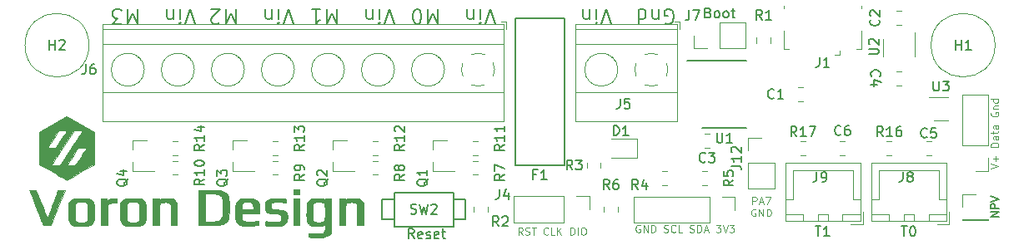
<source format=gbr>
G04 #@! TF.GenerationSoftware,KiCad,Pcbnew,(5.1.5)-3*
G04 #@! TF.CreationDate,2020-02-02T22:30:26-05:00*
G04 #@! TF.ProjectId,STM32_Klipper_Expander,53544d33-325f-44b6-9c69-707065725f45,rev?*
G04 #@! TF.SameCoordinates,Original*
G04 #@! TF.FileFunction,Legend,Top*
G04 #@! TF.FilePolarity,Positive*
%FSLAX46Y46*%
G04 Gerber Fmt 4.6, Leading zero omitted, Abs format (unit mm)*
G04 Created by KiCad (PCBNEW (5.1.5)-3) date 2020-02-02 22:30:26*
%MOMM*%
%LPD*%
G04 APERTURE LIST*
%ADD10C,0.100000*%
%ADD11C,0.120000*%
%ADD12C,0.150000*%
%ADD13C,0.200000*%
%ADD14C,0.010000*%
G04 APERTURE END LIST*
D10*
X174625000Y-96226785D02*
X174625000Y-95476785D01*
X174910714Y-95476785D01*
X174982142Y-95512500D01*
X175017857Y-95548214D01*
X175053571Y-95619642D01*
X175053571Y-95726785D01*
X175017857Y-95798214D01*
X174982142Y-95833928D01*
X174910714Y-95869642D01*
X174625000Y-95869642D01*
X175339285Y-96012500D02*
X175696428Y-96012500D01*
X175267857Y-96226785D02*
X175517857Y-95476785D01*
X175767857Y-96226785D01*
X175946428Y-95476785D02*
X176446428Y-95476785D01*
X176125000Y-96226785D01*
X174928571Y-96737500D02*
X174857142Y-96701785D01*
X174750000Y-96701785D01*
X174642857Y-96737500D01*
X174571428Y-96808928D01*
X174535714Y-96880357D01*
X174500000Y-97023214D01*
X174500000Y-97130357D01*
X174535714Y-97273214D01*
X174571428Y-97344642D01*
X174642857Y-97416071D01*
X174750000Y-97451785D01*
X174821428Y-97451785D01*
X174928571Y-97416071D01*
X174964285Y-97380357D01*
X174964285Y-97130357D01*
X174821428Y-97130357D01*
X175285714Y-97451785D02*
X175285714Y-96701785D01*
X175714285Y-97451785D01*
X175714285Y-96701785D01*
X176071428Y-97451785D02*
X176071428Y-96701785D01*
X176250000Y-96701785D01*
X176357142Y-96737500D01*
X176428571Y-96808928D01*
X176464285Y-96880357D01*
X176500000Y-97023214D01*
X176500000Y-97130357D01*
X176464285Y-97273214D01*
X176428571Y-97344642D01*
X176357142Y-97416071D01*
X176250000Y-97451785D01*
X176071428Y-97451785D01*
D11*
X107250000Y-80000000D02*
G75*
G03X107250000Y-80000000I-3250000J0D01*
G01*
X199250000Y-80000000D02*
G75*
G03X199250000Y-80000000I-3250000J0D01*
G01*
D12*
X180988095Y-98452380D02*
X181559523Y-98452380D01*
X181273809Y-99452380D02*
X181273809Y-98452380D01*
X182416666Y-99452380D02*
X181845238Y-99452380D01*
X182130952Y-99452380D02*
X182130952Y-98452380D01*
X182035714Y-98595238D01*
X181940476Y-98690476D01*
X181845238Y-98738095D01*
X199611904Y-97471428D02*
X198811904Y-97471428D01*
X199611904Y-97014285D01*
X198811904Y-97014285D01*
X199611904Y-96633333D02*
X198811904Y-96633333D01*
X198811904Y-96328571D01*
X198850000Y-96252380D01*
X198888095Y-96214285D01*
X198964285Y-96176190D01*
X199078571Y-96176190D01*
X199154761Y-96214285D01*
X199192857Y-96252380D01*
X199230952Y-96328571D01*
X199230952Y-96633333D01*
X198811904Y-95947619D02*
X199611904Y-95680952D01*
X198811904Y-95414285D01*
D10*
X198839285Y-92607142D02*
X199589285Y-92357142D01*
X198839285Y-92107142D01*
X199303571Y-91857142D02*
X199303571Y-91285714D01*
X199589285Y-91571428D02*
X199017857Y-91571428D01*
X199589285Y-90357142D02*
X198839285Y-90357142D01*
X198839285Y-90178571D01*
X198875000Y-90071428D01*
X198946428Y-90000000D01*
X199017857Y-89964285D01*
X199160714Y-89928571D01*
X199267857Y-89928571D01*
X199410714Y-89964285D01*
X199482142Y-90000000D01*
X199553571Y-90071428D01*
X199589285Y-90178571D01*
X199589285Y-90357142D01*
X199589285Y-89285714D02*
X199196428Y-89285714D01*
X199125000Y-89321428D01*
X199089285Y-89392857D01*
X199089285Y-89535714D01*
X199125000Y-89607142D01*
X199553571Y-89285714D02*
X199589285Y-89357142D01*
X199589285Y-89535714D01*
X199553571Y-89607142D01*
X199482142Y-89642857D01*
X199410714Y-89642857D01*
X199339285Y-89607142D01*
X199303571Y-89535714D01*
X199303571Y-89357142D01*
X199267857Y-89285714D01*
X199089285Y-89035714D02*
X199089285Y-88750000D01*
X198839285Y-88928571D02*
X199482142Y-88928571D01*
X199553571Y-88892857D01*
X199589285Y-88821428D01*
X199589285Y-88750000D01*
X199589285Y-88178571D02*
X199196428Y-88178571D01*
X199125000Y-88214285D01*
X199089285Y-88285714D01*
X199089285Y-88428571D01*
X199125000Y-88500000D01*
X199553571Y-88178571D02*
X199589285Y-88250000D01*
X199589285Y-88428571D01*
X199553571Y-88500000D01*
X199482142Y-88535714D01*
X199410714Y-88535714D01*
X199339285Y-88500000D01*
X199303571Y-88428571D01*
X199303571Y-88250000D01*
X199267857Y-88178571D01*
X198875000Y-86857142D02*
X198839285Y-86928571D01*
X198839285Y-87035714D01*
X198875000Y-87142857D01*
X198946428Y-87214285D01*
X199017857Y-87250000D01*
X199160714Y-87285714D01*
X199267857Y-87285714D01*
X199410714Y-87250000D01*
X199482142Y-87214285D01*
X199553571Y-87142857D01*
X199589285Y-87035714D01*
X199589285Y-86964285D01*
X199553571Y-86857142D01*
X199517857Y-86821428D01*
X199267857Y-86821428D01*
X199267857Y-86964285D01*
X199089285Y-86500000D02*
X199589285Y-86500000D01*
X199160714Y-86500000D02*
X199125000Y-86464285D01*
X199089285Y-86392857D01*
X199089285Y-86285714D01*
X199125000Y-86214285D01*
X199196428Y-86178571D01*
X199589285Y-86178571D01*
X199589285Y-85500000D02*
X198839285Y-85500000D01*
X199553571Y-85500000D02*
X199589285Y-85571428D01*
X199589285Y-85714285D01*
X199553571Y-85785714D01*
X199517857Y-85821428D01*
X199446428Y-85857142D01*
X199232142Y-85857142D01*
X199160714Y-85821428D01*
X199125000Y-85785714D01*
X199089285Y-85714285D01*
X199089285Y-85571428D01*
X199125000Y-85500000D01*
D12*
X140261904Y-99702380D02*
X139928571Y-99226190D01*
X139690476Y-99702380D02*
X139690476Y-98702380D01*
X140071428Y-98702380D01*
X140166666Y-98750000D01*
X140214285Y-98797619D01*
X140261904Y-98892857D01*
X140261904Y-99035714D01*
X140214285Y-99130952D01*
X140166666Y-99178571D01*
X140071428Y-99226190D01*
X139690476Y-99226190D01*
X141071428Y-99654761D02*
X140976190Y-99702380D01*
X140785714Y-99702380D01*
X140690476Y-99654761D01*
X140642857Y-99559523D01*
X140642857Y-99178571D01*
X140690476Y-99083333D01*
X140785714Y-99035714D01*
X140976190Y-99035714D01*
X141071428Y-99083333D01*
X141119047Y-99178571D01*
X141119047Y-99273809D01*
X140642857Y-99369047D01*
X141500000Y-99654761D02*
X141595238Y-99702380D01*
X141785714Y-99702380D01*
X141880952Y-99654761D01*
X141928571Y-99559523D01*
X141928571Y-99511904D01*
X141880952Y-99416666D01*
X141785714Y-99369047D01*
X141642857Y-99369047D01*
X141547619Y-99321428D01*
X141500000Y-99226190D01*
X141500000Y-99178571D01*
X141547619Y-99083333D01*
X141642857Y-99035714D01*
X141785714Y-99035714D01*
X141880952Y-99083333D01*
X142738095Y-99654761D02*
X142642857Y-99702380D01*
X142452380Y-99702380D01*
X142357142Y-99654761D01*
X142309523Y-99559523D01*
X142309523Y-99178571D01*
X142357142Y-99083333D01*
X142452380Y-99035714D01*
X142642857Y-99035714D01*
X142738095Y-99083333D01*
X142785714Y-99178571D01*
X142785714Y-99273809D01*
X142309523Y-99369047D01*
X143071428Y-99035714D02*
X143452380Y-99035714D01*
X143214285Y-98702380D02*
X143214285Y-99559523D01*
X143261904Y-99654761D01*
X143357142Y-99702380D01*
X143452380Y-99702380D01*
D10*
X151267857Y-99339285D02*
X151017857Y-98982142D01*
X150839285Y-99339285D02*
X150839285Y-98589285D01*
X151125000Y-98589285D01*
X151196428Y-98625000D01*
X151232142Y-98660714D01*
X151267857Y-98732142D01*
X151267857Y-98839285D01*
X151232142Y-98910714D01*
X151196428Y-98946428D01*
X151125000Y-98982142D01*
X150839285Y-98982142D01*
X151553571Y-99303571D02*
X151660714Y-99339285D01*
X151839285Y-99339285D01*
X151910714Y-99303571D01*
X151946428Y-99267857D01*
X151982142Y-99196428D01*
X151982142Y-99125000D01*
X151946428Y-99053571D01*
X151910714Y-99017857D01*
X151839285Y-98982142D01*
X151696428Y-98946428D01*
X151625000Y-98910714D01*
X151589285Y-98875000D01*
X151553571Y-98803571D01*
X151553571Y-98732142D01*
X151589285Y-98660714D01*
X151625000Y-98625000D01*
X151696428Y-98589285D01*
X151875000Y-98589285D01*
X151982142Y-98625000D01*
X152196428Y-98589285D02*
X152625000Y-98589285D01*
X152410714Y-99339285D02*
X152410714Y-98589285D01*
X153875000Y-99267857D02*
X153839285Y-99303571D01*
X153732142Y-99339285D01*
X153660714Y-99339285D01*
X153553571Y-99303571D01*
X153482142Y-99232142D01*
X153446428Y-99160714D01*
X153410714Y-99017857D01*
X153410714Y-98910714D01*
X153446428Y-98767857D01*
X153482142Y-98696428D01*
X153553571Y-98625000D01*
X153660714Y-98589285D01*
X153732142Y-98589285D01*
X153839285Y-98625000D01*
X153875000Y-98660714D01*
X154553571Y-99339285D02*
X154196428Y-99339285D01*
X154196428Y-98589285D01*
X154803571Y-99339285D02*
X154803571Y-98589285D01*
X155232142Y-99339285D02*
X154910714Y-98910714D01*
X155232142Y-98589285D02*
X154803571Y-99017857D01*
X156125000Y-99339285D02*
X156125000Y-98589285D01*
X156303571Y-98589285D01*
X156410714Y-98625000D01*
X156482142Y-98696428D01*
X156517857Y-98767857D01*
X156553571Y-98910714D01*
X156553571Y-99017857D01*
X156517857Y-99160714D01*
X156482142Y-99232142D01*
X156410714Y-99303571D01*
X156303571Y-99339285D01*
X156125000Y-99339285D01*
X156875000Y-99339285D02*
X156875000Y-98589285D01*
X157375000Y-98589285D02*
X157517857Y-98589285D01*
X157589285Y-98625000D01*
X157660714Y-98696428D01*
X157696428Y-98839285D01*
X157696428Y-99089285D01*
X157660714Y-99232142D01*
X157589285Y-99303571D01*
X157517857Y-99339285D01*
X157375000Y-99339285D01*
X157303571Y-99303571D01*
X157232142Y-99232142D01*
X157196428Y-99089285D01*
X157196428Y-98839285D01*
X157232142Y-98696428D01*
X157303571Y-98625000D01*
X157375000Y-98589285D01*
X163196428Y-98375000D02*
X163125000Y-98339285D01*
X163017857Y-98339285D01*
X162910714Y-98375000D01*
X162839285Y-98446428D01*
X162803571Y-98517857D01*
X162767857Y-98660714D01*
X162767857Y-98767857D01*
X162803571Y-98910714D01*
X162839285Y-98982142D01*
X162910714Y-99053571D01*
X163017857Y-99089285D01*
X163089285Y-99089285D01*
X163196428Y-99053571D01*
X163232142Y-99017857D01*
X163232142Y-98767857D01*
X163089285Y-98767857D01*
X163553571Y-99089285D02*
X163553571Y-98339285D01*
X163982142Y-99089285D01*
X163982142Y-98339285D01*
X164339285Y-99089285D02*
X164339285Y-98339285D01*
X164517857Y-98339285D01*
X164625000Y-98375000D01*
X164696428Y-98446428D01*
X164732142Y-98517857D01*
X164767857Y-98660714D01*
X164767857Y-98767857D01*
X164732142Y-98910714D01*
X164696428Y-98982142D01*
X164625000Y-99053571D01*
X164517857Y-99089285D01*
X164339285Y-99089285D01*
X165625000Y-99053571D02*
X165732142Y-99089285D01*
X165910714Y-99089285D01*
X165982142Y-99053571D01*
X166017857Y-99017857D01*
X166053571Y-98946428D01*
X166053571Y-98875000D01*
X166017857Y-98803571D01*
X165982142Y-98767857D01*
X165910714Y-98732142D01*
X165767857Y-98696428D01*
X165696428Y-98660714D01*
X165660714Y-98625000D01*
X165625000Y-98553571D01*
X165625000Y-98482142D01*
X165660714Y-98410714D01*
X165696428Y-98375000D01*
X165767857Y-98339285D01*
X165946428Y-98339285D01*
X166053571Y-98375000D01*
X166803571Y-99017857D02*
X166767857Y-99053571D01*
X166660714Y-99089285D01*
X166589285Y-99089285D01*
X166482142Y-99053571D01*
X166410714Y-98982142D01*
X166375000Y-98910714D01*
X166339285Y-98767857D01*
X166339285Y-98660714D01*
X166375000Y-98517857D01*
X166410714Y-98446428D01*
X166482142Y-98375000D01*
X166589285Y-98339285D01*
X166660714Y-98339285D01*
X166767857Y-98375000D01*
X166803571Y-98410714D01*
X167482142Y-99089285D02*
X167125000Y-99089285D01*
X167125000Y-98339285D01*
X168267857Y-99053571D02*
X168375000Y-99089285D01*
X168553571Y-99089285D01*
X168625000Y-99053571D01*
X168660714Y-99017857D01*
X168696428Y-98946428D01*
X168696428Y-98875000D01*
X168660714Y-98803571D01*
X168625000Y-98767857D01*
X168553571Y-98732142D01*
X168410714Y-98696428D01*
X168339285Y-98660714D01*
X168303571Y-98625000D01*
X168267857Y-98553571D01*
X168267857Y-98482142D01*
X168303571Y-98410714D01*
X168339285Y-98375000D01*
X168410714Y-98339285D01*
X168589285Y-98339285D01*
X168696428Y-98375000D01*
X169017857Y-99089285D02*
X169017857Y-98339285D01*
X169196428Y-98339285D01*
X169303571Y-98375000D01*
X169375000Y-98446428D01*
X169410714Y-98517857D01*
X169446428Y-98660714D01*
X169446428Y-98767857D01*
X169410714Y-98910714D01*
X169375000Y-98982142D01*
X169303571Y-99053571D01*
X169196428Y-99089285D01*
X169017857Y-99089285D01*
X169732142Y-98875000D02*
X170089285Y-98875000D01*
X169660714Y-99089285D02*
X169910714Y-98339285D01*
X170160714Y-99089285D01*
X170910714Y-98339285D02*
X171375000Y-98339285D01*
X171125000Y-98625000D01*
X171232142Y-98625000D01*
X171303571Y-98660714D01*
X171339285Y-98696428D01*
X171375000Y-98767857D01*
X171375000Y-98946428D01*
X171339285Y-99017857D01*
X171303571Y-99053571D01*
X171232142Y-99089285D01*
X171017857Y-99089285D01*
X170946428Y-99053571D01*
X170910714Y-99017857D01*
X171589285Y-98339285D02*
X171839285Y-99089285D01*
X172089285Y-98339285D01*
X172267857Y-98339285D02*
X172732142Y-98339285D01*
X172482142Y-98625000D01*
X172589285Y-98625000D01*
X172660714Y-98660714D01*
X172696428Y-98696428D01*
X172732142Y-98767857D01*
X172732142Y-98946428D01*
X172696428Y-99017857D01*
X172660714Y-99053571D01*
X172589285Y-99089285D01*
X172375000Y-99089285D01*
X172303571Y-99053571D01*
X172267857Y-99017857D01*
D13*
X148500000Y-77821428D02*
X148000000Y-76321428D01*
X147500000Y-77821428D01*
X147000000Y-76321428D02*
X147000000Y-77321428D01*
X147000000Y-77821428D02*
X147071428Y-77750000D01*
X147000000Y-77678571D01*
X146928571Y-77750000D01*
X147000000Y-77821428D01*
X147000000Y-77678571D01*
X146285714Y-77321428D02*
X146285714Y-76321428D01*
X146285714Y-77178571D02*
X146214285Y-77250000D01*
X146071428Y-77321428D01*
X145857142Y-77321428D01*
X145714285Y-77250000D01*
X145642857Y-77107142D01*
X145642857Y-76321428D01*
X142642857Y-76321428D02*
X142642857Y-77821428D01*
X142142857Y-76750000D01*
X141642857Y-77821428D01*
X141642857Y-76321428D01*
X140642857Y-77821428D02*
X140500000Y-77821428D01*
X140357142Y-77750000D01*
X140285714Y-77678571D01*
X140214285Y-77535714D01*
X140142857Y-77250000D01*
X140142857Y-76892857D01*
X140214285Y-76607142D01*
X140285714Y-76464285D01*
X140357142Y-76392857D01*
X140500000Y-76321428D01*
X140642857Y-76321428D01*
X140785714Y-76392857D01*
X140857142Y-76464285D01*
X140928571Y-76607142D01*
X141000000Y-76892857D01*
X141000000Y-77250000D01*
X140928571Y-77535714D01*
X140857142Y-77678571D01*
X140785714Y-77750000D01*
X140642857Y-77821428D01*
X128000000Y-77821428D02*
X127500000Y-76321428D01*
X127000000Y-77821428D01*
X126500000Y-76321428D02*
X126500000Y-77321428D01*
X126500000Y-77821428D02*
X126571428Y-77750000D01*
X126500000Y-77678571D01*
X126428571Y-77750000D01*
X126500000Y-77821428D01*
X126500000Y-77678571D01*
X125785714Y-77321428D02*
X125785714Y-76321428D01*
X125785714Y-77178571D02*
X125714285Y-77250000D01*
X125571428Y-77321428D01*
X125357142Y-77321428D01*
X125214285Y-77250000D01*
X125142857Y-77107142D01*
X125142857Y-76321428D01*
X122142857Y-76321428D02*
X122142857Y-77821428D01*
X121642857Y-76750000D01*
X121142857Y-77821428D01*
X121142857Y-76321428D01*
X120500000Y-77678571D02*
X120428571Y-77750000D01*
X120285714Y-77821428D01*
X119928571Y-77821428D01*
X119785714Y-77750000D01*
X119714285Y-77678571D01*
X119642857Y-77535714D01*
X119642857Y-77392857D01*
X119714285Y-77178571D01*
X120571428Y-76321428D01*
X119642857Y-76321428D01*
X138250000Y-77821428D02*
X137750000Y-76321428D01*
X137250000Y-77821428D01*
X136750000Y-76321428D02*
X136750000Y-77321428D01*
X136750000Y-77821428D02*
X136821428Y-77750000D01*
X136750000Y-77678571D01*
X136678571Y-77750000D01*
X136750000Y-77821428D01*
X136750000Y-77678571D01*
X136035714Y-77321428D02*
X136035714Y-76321428D01*
X136035714Y-77178571D02*
X135964285Y-77250000D01*
X135821428Y-77321428D01*
X135607142Y-77321428D01*
X135464285Y-77250000D01*
X135392857Y-77107142D01*
X135392857Y-76321428D01*
X132392857Y-76321428D02*
X132392857Y-77821428D01*
X131892857Y-76750000D01*
X131392857Y-77821428D01*
X131392857Y-76321428D01*
X129892857Y-76321428D02*
X130750000Y-76321428D01*
X130321428Y-76321428D02*
X130321428Y-77821428D01*
X130464285Y-77607142D01*
X130607142Y-77464285D01*
X130750000Y-77392857D01*
X165785714Y-77750000D02*
X165928571Y-77821428D01*
X166142857Y-77821428D01*
X166357142Y-77750000D01*
X166500000Y-77607142D01*
X166571428Y-77464285D01*
X166642857Y-77178571D01*
X166642857Y-76964285D01*
X166571428Y-76678571D01*
X166500000Y-76535714D01*
X166357142Y-76392857D01*
X166142857Y-76321428D01*
X166000000Y-76321428D01*
X165785714Y-76392857D01*
X165714285Y-76464285D01*
X165714285Y-76964285D01*
X166000000Y-76964285D01*
X165071428Y-77321428D02*
X165071428Y-76321428D01*
X165071428Y-77178571D02*
X165000000Y-77250000D01*
X164857142Y-77321428D01*
X164642857Y-77321428D01*
X164500000Y-77250000D01*
X164428571Y-77107142D01*
X164428571Y-76321428D01*
X163071428Y-76321428D02*
X163071428Y-77821428D01*
X163071428Y-76392857D02*
X163214285Y-76321428D01*
X163500000Y-76321428D01*
X163642857Y-76392857D01*
X163714285Y-76464285D01*
X163785714Y-76607142D01*
X163785714Y-77035714D01*
X163714285Y-77178571D01*
X163642857Y-77250000D01*
X163500000Y-77321428D01*
X163214285Y-77321428D01*
X163071428Y-77250000D01*
X160285714Y-77821428D02*
X159785714Y-76321428D01*
X159285714Y-77821428D01*
X158785714Y-76321428D02*
X158785714Y-77321428D01*
X158785714Y-77821428D02*
X158857142Y-77750000D01*
X158785714Y-77678571D01*
X158714285Y-77750000D01*
X158785714Y-77821428D01*
X158785714Y-77678571D01*
X158071428Y-77321428D02*
X158071428Y-76321428D01*
X158071428Y-77178571D02*
X158000000Y-77250000D01*
X157857142Y-77321428D01*
X157642857Y-77321428D01*
X157500000Y-77250000D01*
X157428571Y-77107142D01*
X157428571Y-76321428D01*
D12*
X170130952Y-76678571D02*
X170273809Y-76726190D01*
X170321428Y-76773809D01*
X170369047Y-76869047D01*
X170369047Y-77011904D01*
X170321428Y-77107142D01*
X170273809Y-77154761D01*
X170178571Y-77202380D01*
X169797619Y-77202380D01*
X169797619Y-76202380D01*
X170130952Y-76202380D01*
X170226190Y-76250000D01*
X170273809Y-76297619D01*
X170321428Y-76392857D01*
X170321428Y-76488095D01*
X170273809Y-76583333D01*
X170226190Y-76630952D01*
X170130952Y-76678571D01*
X169797619Y-76678571D01*
X170940476Y-77202380D02*
X170845238Y-77154761D01*
X170797619Y-77107142D01*
X170750000Y-77011904D01*
X170750000Y-76726190D01*
X170797619Y-76630952D01*
X170845238Y-76583333D01*
X170940476Y-76535714D01*
X171083333Y-76535714D01*
X171178571Y-76583333D01*
X171226190Y-76630952D01*
X171273809Y-76726190D01*
X171273809Y-77011904D01*
X171226190Y-77107142D01*
X171178571Y-77154761D01*
X171083333Y-77202380D01*
X170940476Y-77202380D01*
X171845238Y-77202380D02*
X171750000Y-77154761D01*
X171702380Y-77107142D01*
X171654761Y-77011904D01*
X171654761Y-76726190D01*
X171702380Y-76630952D01*
X171750000Y-76583333D01*
X171845238Y-76535714D01*
X171988095Y-76535714D01*
X172083333Y-76583333D01*
X172130952Y-76630952D01*
X172178571Y-76726190D01*
X172178571Y-77011904D01*
X172130952Y-77107142D01*
X172083333Y-77154761D01*
X171988095Y-77202380D01*
X171845238Y-77202380D01*
X172464285Y-76535714D02*
X172845238Y-76535714D01*
X172607142Y-76202380D02*
X172607142Y-77059523D01*
X172654761Y-77154761D01*
X172750000Y-77202380D01*
X172845238Y-77202380D01*
D13*
X118000000Y-77821428D02*
X117500000Y-76321428D01*
X117000000Y-77821428D01*
X116500000Y-76321428D02*
X116500000Y-77321428D01*
X116500000Y-77821428D02*
X116571428Y-77750000D01*
X116500000Y-77678571D01*
X116428571Y-77750000D01*
X116500000Y-77821428D01*
X116500000Y-77678571D01*
X115785714Y-77321428D02*
X115785714Y-76321428D01*
X115785714Y-77178571D02*
X115714285Y-77250000D01*
X115571428Y-77321428D01*
X115357142Y-77321428D01*
X115214285Y-77250000D01*
X115142857Y-77107142D01*
X115142857Y-76321428D01*
X112142857Y-76321428D02*
X112142857Y-77821428D01*
X111642857Y-76750000D01*
X111142857Y-77821428D01*
X111142857Y-76321428D01*
X110571428Y-77821428D02*
X109642857Y-77821428D01*
X110142857Y-77250000D01*
X109928571Y-77250000D01*
X109785714Y-77178571D01*
X109714285Y-77107142D01*
X109642857Y-76964285D01*
X109642857Y-76607142D01*
X109714285Y-76464285D01*
X109785714Y-76392857D01*
X109928571Y-76321428D01*
X110357142Y-76321428D01*
X110500000Y-76392857D01*
X110571428Y-76464285D01*
D12*
X189738095Y-98452380D02*
X190309523Y-98452380D01*
X190023809Y-99452380D02*
X190023809Y-98452380D01*
X190833333Y-98452380D02*
X190928571Y-98452380D01*
X191023809Y-98500000D01*
X191071428Y-98547619D01*
X191119047Y-98642857D01*
X191166666Y-98833333D01*
X191166666Y-99071428D01*
X191119047Y-99261904D01*
X191071428Y-99357142D01*
X191023809Y-99404761D01*
X190928571Y-99452380D01*
X190833333Y-99452380D01*
X190738095Y-99404761D01*
X190690476Y-99357142D01*
X190642857Y-99261904D01*
X190595238Y-99071428D01*
X190595238Y-98833333D01*
X190642857Y-98642857D01*
X190690476Y-98547619D01*
X190738095Y-98500000D01*
X190833333Y-98452380D01*
D11*
X168670000Y-80330000D02*
X168670000Y-79000000D01*
X170000000Y-80330000D02*
X168670000Y-80330000D01*
X171270000Y-80330000D02*
X171270000Y-77670000D01*
X171270000Y-77670000D02*
X173870000Y-77670000D01*
X171270000Y-80330000D02*
X173870000Y-80330000D01*
X173870000Y-80330000D02*
X173870000Y-77670000D01*
X183442000Y-80971500D02*
X183442000Y-80521500D01*
X183442000Y-80971500D02*
X182992000Y-80971500D01*
X177842000Y-80421500D02*
X178292000Y-80421500D01*
X177842000Y-78571500D02*
X177842000Y-80421500D01*
X185642000Y-76021500D02*
X185642000Y-76271500D01*
X177842000Y-76021500D02*
X177842000Y-76271500D01*
X185642000Y-78571500D02*
X185642000Y-80421500D01*
X185642000Y-80421500D02*
X185192000Y-80421500D01*
D14*
G36*
X107768600Y-88850150D02*
G01*
X107768600Y-92149849D01*
X106379308Y-92950524D01*
X106039339Y-93146185D01*
X105729012Y-93324267D01*
X105458882Y-93478754D01*
X105239505Y-93603630D01*
X105081439Y-93692877D01*
X104995239Y-93740478D01*
X104982308Y-93746770D01*
X104938181Y-93721166D01*
X104816791Y-93650713D01*
X104628745Y-93541566D01*
X104384649Y-93399881D01*
X104095109Y-93231815D01*
X103770731Y-93043525D01*
X103603000Y-92946162D01*
X102377648Y-92234876D01*
X103433666Y-92234876D01*
X103472441Y-92254402D01*
X103590479Y-92269187D01*
X103765467Y-92276891D01*
X103840066Y-92277479D01*
X104263400Y-92276959D01*
X104277821Y-92255076D01*
X105000000Y-92255076D01*
X105046850Y-92265563D01*
X105171616Y-92273500D01*
X105350623Y-92277596D01*
X105419100Y-92277886D01*
X105838200Y-92277772D01*
X106320800Y-91534043D01*
X106485838Y-91279678D01*
X106637963Y-91045166D01*
X106765863Y-90847951D01*
X106858223Y-90705476D01*
X106897288Y-90645156D01*
X106991177Y-90500000D01*
X106129093Y-90500000D01*
X105564546Y-91366076D01*
X105394034Y-91628735D01*
X105244186Y-91861619D01*
X105123286Y-92051683D01*
X105039618Y-92185882D01*
X105001465Y-92251172D01*
X105000000Y-92255076D01*
X104277821Y-92255076D01*
X105406400Y-90542603D01*
X105654036Y-90166432D01*
X105884037Y-89816255D01*
X106090420Y-89501238D01*
X106267202Y-89230551D01*
X106408399Y-89013361D01*
X106508029Y-88858837D01*
X106560108Y-88776148D01*
X106566333Y-88765123D01*
X106527558Y-88745597D01*
X106409520Y-88730812D01*
X106234532Y-88723108D01*
X106159933Y-88722520D01*
X105736600Y-88723040D01*
X104593600Y-90457396D01*
X104345963Y-90833567D01*
X104115962Y-91183744D01*
X103909579Y-91498761D01*
X103732797Y-91769448D01*
X103591600Y-91986638D01*
X103491970Y-92141162D01*
X103439891Y-92223851D01*
X103433666Y-92234876D01*
X102377648Y-92234876D01*
X102231400Y-92149983D01*
X102231400Y-90500000D01*
X103008822Y-90500000D01*
X103870906Y-90500000D01*
X104435453Y-89633923D01*
X104605965Y-89371264D01*
X104755813Y-89138380D01*
X104876713Y-88948316D01*
X104960381Y-88814117D01*
X104998534Y-88748827D01*
X105000000Y-88744923D01*
X104953149Y-88734436D01*
X104828383Y-88726499D01*
X104649376Y-88722403D01*
X104580900Y-88722113D01*
X104161800Y-88722227D01*
X103679200Y-89465956D01*
X103514161Y-89720321D01*
X103362036Y-89954833D01*
X103234136Y-90152048D01*
X103141776Y-90294523D01*
X103102711Y-90354843D01*
X103008822Y-90500000D01*
X102231400Y-90500000D01*
X102231400Y-88850150D01*
X105000000Y-87254552D01*
X107768600Y-88850150D01*
G37*
X107768600Y-88850150D02*
X107768600Y-92149849D01*
X106379308Y-92950524D01*
X106039339Y-93146185D01*
X105729012Y-93324267D01*
X105458882Y-93478754D01*
X105239505Y-93603630D01*
X105081439Y-93692877D01*
X104995239Y-93740478D01*
X104982308Y-93746770D01*
X104938181Y-93721166D01*
X104816791Y-93650713D01*
X104628745Y-93541566D01*
X104384649Y-93399881D01*
X104095109Y-93231815D01*
X103770731Y-93043525D01*
X103603000Y-92946162D01*
X102377648Y-92234876D01*
X103433666Y-92234876D01*
X103472441Y-92254402D01*
X103590479Y-92269187D01*
X103765467Y-92276891D01*
X103840066Y-92277479D01*
X104263400Y-92276959D01*
X104277821Y-92255076D01*
X105000000Y-92255076D01*
X105046850Y-92265563D01*
X105171616Y-92273500D01*
X105350623Y-92277596D01*
X105419100Y-92277886D01*
X105838200Y-92277772D01*
X106320800Y-91534043D01*
X106485838Y-91279678D01*
X106637963Y-91045166D01*
X106765863Y-90847951D01*
X106858223Y-90705476D01*
X106897288Y-90645156D01*
X106991177Y-90500000D01*
X106129093Y-90500000D01*
X105564546Y-91366076D01*
X105394034Y-91628735D01*
X105244186Y-91861619D01*
X105123286Y-92051683D01*
X105039618Y-92185882D01*
X105001465Y-92251172D01*
X105000000Y-92255076D01*
X104277821Y-92255076D01*
X105406400Y-90542603D01*
X105654036Y-90166432D01*
X105884037Y-89816255D01*
X106090420Y-89501238D01*
X106267202Y-89230551D01*
X106408399Y-89013361D01*
X106508029Y-88858837D01*
X106560108Y-88776148D01*
X106566333Y-88765123D01*
X106527558Y-88745597D01*
X106409520Y-88730812D01*
X106234532Y-88723108D01*
X106159933Y-88722520D01*
X105736600Y-88723040D01*
X104593600Y-90457396D01*
X104345963Y-90833567D01*
X104115962Y-91183744D01*
X103909579Y-91498761D01*
X103732797Y-91769448D01*
X103591600Y-91986638D01*
X103491970Y-92141162D01*
X103439891Y-92223851D01*
X103433666Y-92234876D01*
X102377648Y-92234876D01*
X102231400Y-92149983D01*
X102231400Y-90500000D01*
X103008822Y-90500000D01*
X103870906Y-90500000D01*
X104435453Y-89633923D01*
X104605965Y-89371264D01*
X104755813Y-89138380D01*
X104876713Y-88948316D01*
X104960381Y-88814117D01*
X104998534Y-88748827D01*
X105000000Y-88744923D01*
X104953149Y-88734436D01*
X104828383Y-88726499D01*
X104649376Y-88722403D01*
X104580900Y-88722113D01*
X104161800Y-88722227D01*
X103679200Y-89465956D01*
X103514161Y-89720321D01*
X103362036Y-89954833D01*
X103234136Y-90152048D01*
X103141776Y-90294523D01*
X103102711Y-90354843D01*
X103008822Y-90500000D01*
X102231400Y-90500000D01*
X102231400Y-88850150D01*
X105000000Y-87254552D01*
X107768600Y-88850150D01*
G36*
X128631536Y-95231511D02*
G01*
X127997291Y-95231511D01*
X127997291Y-94687872D01*
X128631536Y-94687872D01*
X128631536Y-95231511D01*
G37*
X128631536Y-95231511D02*
X127997291Y-95231511D01*
X127997291Y-94687872D01*
X128631536Y-94687872D01*
X128631536Y-95231511D01*
G36*
X134465309Y-95618948D02*
G01*
X134475650Y-95620824D01*
X134675208Y-95671782D01*
X134826322Y-95744205D01*
X134938995Y-95844315D01*
X135010859Y-95953600D01*
X135094794Y-96114270D01*
X135094794Y-98372533D01*
X134460549Y-98372533D01*
X134460104Y-97323009D01*
X134459328Y-97015706D01*
X134457189Y-96764456D01*
X134453540Y-96564922D01*
X134448236Y-96412766D01*
X134441131Y-96303648D01*
X134432078Y-96233231D01*
X134422284Y-96199632D01*
X134357124Y-96111773D01*
X134260441Y-96051981D01*
X134124268Y-96017371D01*
X133940638Y-96005055D01*
X133885557Y-96005131D01*
X133697393Y-96014355D01*
X133557489Y-96039349D01*
X133454903Y-96083890D01*
X133378695Y-96151754D01*
X133350905Y-96189665D01*
X133336570Y-96216390D01*
X133324906Y-96252631D01*
X133315566Y-96304701D01*
X133308204Y-96378914D01*
X133302472Y-96481585D01*
X133298024Y-96619028D01*
X133294514Y-96797557D01*
X133291594Y-97023485D01*
X133288918Y-97303127D01*
X133288759Y-97321616D01*
X133279752Y-98372533D01*
X132648421Y-98372533D01*
X132648421Y-95654341D01*
X132965543Y-95654341D01*
X133109008Y-95655543D01*
X133202254Y-95660188D01*
X133255439Y-95669828D01*
X133278719Y-95686020D01*
X133282666Y-95702875D01*
X133298258Y-95736191D01*
X133335519Y-95729447D01*
X133529895Y-95667572D01*
X133761312Y-95623560D01*
X134008520Y-95599436D01*
X134250269Y-95597224D01*
X134465309Y-95618948D01*
G37*
X134465309Y-95618948D02*
X134475650Y-95620824D01*
X134675208Y-95671782D01*
X134826322Y-95744205D01*
X134938995Y-95844315D01*
X135010859Y-95953600D01*
X135094794Y-96114270D01*
X135094794Y-98372533D01*
X134460549Y-98372533D01*
X134460104Y-97323009D01*
X134459328Y-97015706D01*
X134457189Y-96764456D01*
X134453540Y-96564922D01*
X134448236Y-96412766D01*
X134441131Y-96303648D01*
X134432078Y-96233231D01*
X134422284Y-96199632D01*
X134357124Y-96111773D01*
X134260441Y-96051981D01*
X134124268Y-96017371D01*
X133940638Y-96005055D01*
X133885557Y-96005131D01*
X133697393Y-96014355D01*
X133557489Y-96039349D01*
X133454903Y-96083890D01*
X133378695Y-96151754D01*
X133350905Y-96189665D01*
X133336570Y-96216390D01*
X133324906Y-96252631D01*
X133315566Y-96304701D01*
X133308204Y-96378914D01*
X133302472Y-96481585D01*
X133298024Y-96619028D01*
X133294514Y-96797557D01*
X133291594Y-97023485D01*
X133288918Y-97303127D01*
X133288759Y-97321616D01*
X133279752Y-98372533D01*
X132648421Y-98372533D01*
X132648421Y-95654341D01*
X132965543Y-95654341D01*
X133109008Y-95655543D01*
X133202254Y-95660188D01*
X133255439Y-95669828D01*
X133278719Y-95686020D01*
X133282666Y-95702875D01*
X133298258Y-95736191D01*
X133335519Y-95729447D01*
X133529895Y-95667572D01*
X133761312Y-95623560D01*
X134008520Y-95599436D01*
X134250269Y-95597224D01*
X134465309Y-95618948D01*
G36*
X128631536Y-98372533D02*
G01*
X127997291Y-98372533D01*
X127997291Y-95654341D01*
X128631536Y-95654341D01*
X128631536Y-98372533D01*
G37*
X128631536Y-98372533D02*
X127997291Y-98372533D01*
X127997291Y-95654341D01*
X128631536Y-95654341D01*
X128631536Y-98372533D01*
G36*
X119650332Y-94749299D02*
G01*
X119917125Y-94752881D01*
X120138318Y-94759793D01*
X120321297Y-94770807D01*
X120473453Y-94786695D01*
X120602174Y-94808227D01*
X120714848Y-94836176D01*
X120818864Y-94871312D01*
X120921544Y-94914376D01*
X121091183Y-95017065D01*
X121241125Y-95156536D01*
X121355990Y-95316628D01*
X121403385Y-95420691D01*
X121418790Y-95470314D01*
X121431067Y-95525961D01*
X121440563Y-95594780D01*
X121447623Y-95683919D01*
X121452593Y-95800527D01*
X121455819Y-95951752D01*
X121457647Y-96144742D01*
X121458423Y-96386647D01*
X121458528Y-96560405D01*
X121458201Y-96861322D01*
X121456423Y-97108609D01*
X121451996Y-97309042D01*
X121443723Y-97469394D01*
X121430407Y-97596440D01*
X121410850Y-97696954D01*
X121383857Y-97777710D01*
X121348229Y-97845483D01*
X121302769Y-97907048D01*
X121246280Y-97969178D01*
X121201540Y-98014622D01*
X121105146Y-98105480D01*
X121018310Y-98168992D01*
X120918547Y-98218698D01*
X120783369Y-98268136D01*
X120776882Y-98270307D01*
X120522261Y-98355368D01*
X119442535Y-98365999D01*
X118362808Y-98376630D01*
X118362808Y-97987065D01*
X119057458Y-97987065D01*
X119638849Y-97973088D01*
X119849445Y-97967250D01*
X120010242Y-97960484D01*
X120131845Y-97951672D01*
X120224859Y-97939694D01*
X120299889Y-97923432D01*
X120367539Y-97901767D01*
X120387907Y-97894076D01*
X120560016Y-97802555D01*
X120689316Y-97681035D01*
X120768471Y-97536740D01*
X120776060Y-97511772D01*
X120786286Y-97442104D01*
X120794609Y-97322273D01*
X120801026Y-97162491D01*
X120805534Y-96972969D01*
X120808130Y-96763919D01*
X120808812Y-96545552D01*
X120807575Y-96328079D01*
X120804418Y-96121713D01*
X120799337Y-95936665D01*
X120792328Y-95783147D01*
X120783389Y-95671369D01*
X120776620Y-95626293D01*
X120724148Y-95478528D01*
X120632928Y-95363578D01*
X120494781Y-95272858D01*
X120401453Y-95232319D01*
X120330578Y-95207396D01*
X120258741Y-95188609D01*
X120175080Y-95174757D01*
X120068735Y-95164637D01*
X119928844Y-95157048D01*
X119744547Y-95150789D01*
X119638849Y-95147948D01*
X119057458Y-95133089D01*
X119057458Y-97987065D01*
X118362808Y-97987065D01*
X118362808Y-94748276D01*
X119330550Y-94748276D01*
X119650332Y-94749299D01*
G37*
X119650332Y-94749299D02*
X119917125Y-94752881D01*
X120138318Y-94759793D01*
X120321297Y-94770807D01*
X120473453Y-94786695D01*
X120602174Y-94808227D01*
X120714848Y-94836176D01*
X120818864Y-94871312D01*
X120921544Y-94914376D01*
X121091183Y-95017065D01*
X121241125Y-95156536D01*
X121355990Y-95316628D01*
X121403385Y-95420691D01*
X121418790Y-95470314D01*
X121431067Y-95525961D01*
X121440563Y-95594780D01*
X121447623Y-95683919D01*
X121452593Y-95800527D01*
X121455819Y-95951752D01*
X121457647Y-96144742D01*
X121458423Y-96386647D01*
X121458528Y-96560405D01*
X121458201Y-96861322D01*
X121456423Y-97108609D01*
X121451996Y-97309042D01*
X121443723Y-97469394D01*
X121430407Y-97596440D01*
X121410850Y-97696954D01*
X121383857Y-97777710D01*
X121348229Y-97845483D01*
X121302769Y-97907048D01*
X121246280Y-97969178D01*
X121201540Y-98014622D01*
X121105146Y-98105480D01*
X121018310Y-98168992D01*
X120918547Y-98218698D01*
X120783369Y-98268136D01*
X120776882Y-98270307D01*
X120522261Y-98355368D01*
X119442535Y-98365999D01*
X118362808Y-98376630D01*
X118362808Y-97987065D01*
X119057458Y-97987065D01*
X119638849Y-97973088D01*
X119849445Y-97967250D01*
X120010242Y-97960484D01*
X120131845Y-97951672D01*
X120224859Y-97939694D01*
X120299889Y-97923432D01*
X120367539Y-97901767D01*
X120387907Y-97894076D01*
X120560016Y-97802555D01*
X120689316Y-97681035D01*
X120768471Y-97536740D01*
X120776060Y-97511772D01*
X120786286Y-97442104D01*
X120794609Y-97322273D01*
X120801026Y-97162491D01*
X120805534Y-96972969D01*
X120808130Y-96763919D01*
X120808812Y-96545552D01*
X120807575Y-96328079D01*
X120804418Y-96121713D01*
X120799337Y-95936665D01*
X120792328Y-95783147D01*
X120783389Y-95671369D01*
X120776620Y-95626293D01*
X120724148Y-95478528D01*
X120632928Y-95363578D01*
X120494781Y-95272858D01*
X120401453Y-95232319D01*
X120330578Y-95207396D01*
X120258741Y-95188609D01*
X120175080Y-95174757D01*
X120068735Y-95164637D01*
X119928844Y-95157048D01*
X119744547Y-95150789D01*
X119638849Y-95147948D01*
X119057458Y-95133089D01*
X119057458Y-97987065D01*
X118362808Y-97987065D01*
X118362808Y-94748276D01*
X119330550Y-94748276D01*
X119650332Y-94749299D01*
G36*
X115558769Y-95618948D02*
G01*
X115569110Y-95620824D01*
X115768668Y-95671782D01*
X115919782Y-95744205D01*
X116032455Y-95844315D01*
X116104319Y-95953600D01*
X116188254Y-96114270D01*
X116188254Y-98372533D01*
X115554009Y-98372533D01*
X115553564Y-97323009D01*
X115552788Y-97015706D01*
X115550649Y-96764456D01*
X115547000Y-96564922D01*
X115541696Y-96412766D01*
X115534591Y-96303648D01*
X115525538Y-96233231D01*
X115515744Y-96199632D01*
X115450584Y-96111773D01*
X115353901Y-96051981D01*
X115217728Y-96017371D01*
X115034098Y-96005055D01*
X114979017Y-96005131D01*
X114790853Y-96014355D01*
X114650949Y-96039349D01*
X114548363Y-96083890D01*
X114472156Y-96151754D01*
X114444365Y-96189665D01*
X114430030Y-96216390D01*
X114418366Y-96252631D01*
X114409027Y-96304701D01*
X114401664Y-96378914D01*
X114395932Y-96481585D01*
X114391484Y-96619028D01*
X114387974Y-96797557D01*
X114385054Y-97023485D01*
X114382379Y-97303127D01*
X114382219Y-97321616D01*
X114373212Y-98372533D01*
X113741881Y-98372533D01*
X113741881Y-95654341D01*
X114059003Y-95654341D01*
X114202468Y-95655543D01*
X114295714Y-95660188D01*
X114348899Y-95669828D01*
X114372179Y-95686020D01*
X114376126Y-95702875D01*
X114391718Y-95736191D01*
X114428980Y-95729447D01*
X114623356Y-95667572D01*
X114854773Y-95623560D01*
X115101980Y-95599436D01*
X115343729Y-95597224D01*
X115558769Y-95618948D01*
G37*
X115558769Y-95618948D02*
X115569110Y-95620824D01*
X115768668Y-95671782D01*
X115919782Y-95744205D01*
X116032455Y-95844315D01*
X116104319Y-95953600D01*
X116188254Y-96114270D01*
X116188254Y-98372533D01*
X115554009Y-98372533D01*
X115553564Y-97323009D01*
X115552788Y-97015706D01*
X115550649Y-96764456D01*
X115547000Y-96564922D01*
X115541696Y-96412766D01*
X115534591Y-96303648D01*
X115525538Y-96233231D01*
X115515744Y-96199632D01*
X115450584Y-96111773D01*
X115353901Y-96051981D01*
X115217728Y-96017371D01*
X115034098Y-96005055D01*
X114979017Y-96005131D01*
X114790853Y-96014355D01*
X114650949Y-96039349D01*
X114548363Y-96083890D01*
X114472156Y-96151754D01*
X114444365Y-96189665D01*
X114430030Y-96216390D01*
X114418366Y-96252631D01*
X114409027Y-96304701D01*
X114401664Y-96378914D01*
X114395932Y-96481585D01*
X114391484Y-96619028D01*
X114387974Y-96797557D01*
X114385054Y-97023485D01*
X114382379Y-97303127D01*
X114382219Y-97321616D01*
X114373212Y-98372533D01*
X113741881Y-98372533D01*
X113741881Y-95654341D01*
X114059003Y-95654341D01*
X114202468Y-95655543D01*
X114295714Y-95660188D01*
X114348899Y-95669828D01*
X114372179Y-95686020D01*
X114376126Y-95702875D01*
X114391718Y-95736191D01*
X114428980Y-95729447D01*
X114623356Y-95667572D01*
X114854773Y-95623560D01*
X115101980Y-95599436D01*
X115343729Y-95597224D01*
X115558769Y-95618948D01*
G36*
X110072321Y-96062069D02*
G01*
X109740097Y-96077927D01*
X109557445Y-96090523D01*
X109425176Y-96109220D01*
X109333437Y-96135610D01*
X109307338Y-96147887D01*
X109259469Y-96176018D01*
X109220572Y-96207853D01*
X109189718Y-96249581D01*
X109165980Y-96307389D01*
X109148427Y-96387467D01*
X109136133Y-96496002D01*
X109128168Y-96639183D01*
X109123603Y-96823199D01*
X109121510Y-97054238D01*
X109120960Y-97338487D01*
X109120953Y-97389994D01*
X109120953Y-98372533D01*
X108486708Y-98372533D01*
X108486708Y-95654341D01*
X109090751Y-95654341D01*
X109090751Y-95732363D01*
X109098068Y-95785940D01*
X109113403Y-95798869D01*
X109264703Y-95723019D01*
X109378352Y-95670840D01*
X109470158Y-95637883D01*
X109555931Y-95619702D01*
X109651481Y-95611850D01*
X109772616Y-95609880D01*
X109785400Y-95609839D01*
X110072321Y-95609037D01*
X110072321Y-96062069D01*
G37*
X110072321Y-96062069D02*
X109740097Y-96077927D01*
X109557445Y-96090523D01*
X109425176Y-96109220D01*
X109333437Y-96135610D01*
X109307338Y-96147887D01*
X109259469Y-96176018D01*
X109220572Y-96207853D01*
X109189718Y-96249581D01*
X109165980Y-96307389D01*
X109148427Y-96387467D01*
X109136133Y-96496002D01*
X109128168Y-96639183D01*
X109123603Y-96823199D01*
X109121510Y-97054238D01*
X109120960Y-97338487D01*
X109120953Y-97389994D01*
X109120953Y-98372533D01*
X108486708Y-98372533D01*
X108486708Y-95654341D01*
X109090751Y-95654341D01*
X109090751Y-95732363D01*
X109098068Y-95785940D01*
X109113403Y-95798869D01*
X109264703Y-95723019D01*
X109378352Y-95670840D01*
X109470158Y-95637883D01*
X109555931Y-95619702D01*
X109651481Y-95611850D01*
X109772616Y-95609880D01*
X109785400Y-95609839D01*
X110072321Y-95609037D01*
X110072321Y-96062069D01*
G36*
X102449074Y-96230730D02*
G01*
X102586351Y-96597121D01*
X102704111Y-96907519D01*
X102802769Y-97162953D01*
X102882737Y-97364454D01*
X102944431Y-97513049D01*
X102988264Y-97609769D01*
X103014650Y-97655642D01*
X103023070Y-97657781D01*
X103037579Y-97619250D01*
X103071114Y-97529775D01*
X103121566Y-97395000D01*
X103186824Y-97220566D01*
X103264777Y-97012115D01*
X103353316Y-96775291D01*
X103450330Y-96515735D01*
X103553709Y-96239090D01*
X103572521Y-96188743D01*
X103676368Y-95911276D01*
X103774018Y-95651272D01*
X103863406Y-95414169D01*
X103942467Y-95205402D01*
X104009135Y-95030405D01*
X104061345Y-94894615D01*
X104097033Y-94803467D01*
X104114131Y-94762397D01*
X104115144Y-94760665D01*
X104149398Y-94755562D01*
X104231089Y-94752851D01*
X104347290Y-94752751D01*
X104460328Y-94754800D01*
X104791070Y-94763377D01*
X104077304Y-96560405D01*
X103363538Y-98357432D01*
X102979254Y-98365894D01*
X102594970Y-98374355D01*
X102550465Y-98267839D01*
X102531320Y-98220046D01*
X102492513Y-98121494D01*
X102436213Y-97977745D01*
X102364589Y-97794361D01*
X102279811Y-97576905D01*
X102184047Y-97330937D01*
X102079467Y-97062022D01*
X101968240Y-96775720D01*
X101905213Y-96613361D01*
X101790510Y-96317865D01*
X101680691Y-96035074D01*
X101578014Y-95770790D01*
X101484734Y-95530817D01*
X101403108Y-95320955D01*
X101335393Y-95147008D01*
X101283844Y-95014778D01*
X101250719Y-94930066D01*
X101241569Y-94906838D01*
X101178672Y-94748276D01*
X101896346Y-94748276D01*
X102449074Y-96230730D01*
G37*
X102449074Y-96230730D02*
X102586351Y-96597121D01*
X102704111Y-96907519D01*
X102802769Y-97162953D01*
X102882737Y-97364454D01*
X102944431Y-97513049D01*
X102988264Y-97609769D01*
X103014650Y-97655642D01*
X103023070Y-97657781D01*
X103037579Y-97619250D01*
X103071114Y-97529775D01*
X103121566Y-97395000D01*
X103186824Y-97220566D01*
X103264777Y-97012115D01*
X103353316Y-96775291D01*
X103450330Y-96515735D01*
X103553709Y-96239090D01*
X103572521Y-96188743D01*
X103676368Y-95911276D01*
X103774018Y-95651272D01*
X103863406Y-95414169D01*
X103942467Y-95205402D01*
X104009135Y-95030405D01*
X104061345Y-94894615D01*
X104097033Y-94803467D01*
X104114131Y-94762397D01*
X104115144Y-94760665D01*
X104149398Y-94755562D01*
X104231089Y-94752851D01*
X104347290Y-94752751D01*
X104460328Y-94754800D01*
X104791070Y-94763377D01*
X104077304Y-96560405D01*
X103363538Y-98357432D01*
X102979254Y-98365894D01*
X102594970Y-98374355D01*
X102550465Y-98267839D01*
X102531320Y-98220046D01*
X102492513Y-98121494D01*
X102436213Y-97977745D01*
X102364589Y-97794361D01*
X102279811Y-97576905D01*
X102184047Y-97330937D01*
X102079467Y-97062022D01*
X101968240Y-96775720D01*
X101905213Y-96613361D01*
X101790510Y-96317865D01*
X101680691Y-96035074D01*
X101578014Y-95770790D01*
X101484734Y-95530817D01*
X101403108Y-95320955D01*
X101335393Y-95147008D01*
X101283844Y-95014778D01*
X101250719Y-94930066D01*
X101241569Y-94906838D01*
X101178672Y-94748276D01*
X101896346Y-94748276D01*
X102449074Y-96230730D01*
G36*
X126650107Y-95608117D02*
G01*
X126821753Y-95616067D01*
X126973764Y-95624610D01*
X127095235Y-95633012D01*
X127175256Y-95640542D01*
X127201296Y-95645092D01*
X127226389Y-95679440D01*
X127239516Y-95762509D01*
X127242238Y-95857777D01*
X127242238Y-96054750D01*
X127098777Y-96036019D01*
X126755189Y-95996607D01*
X126466656Y-95975650D01*
X126230650Y-95973372D01*
X126044640Y-95989992D01*
X125906097Y-96025734D01*
X125812489Y-96080819D01*
X125762141Y-96153181D01*
X125744273Y-96234106D01*
X125734398Y-96346230D01*
X125733142Y-96464453D01*
X125741129Y-96563671D01*
X125750892Y-96604355D01*
X125783942Y-96655688D01*
X125843554Y-96695495D01*
X125936824Y-96725540D01*
X126070847Y-96747585D01*
X126252718Y-96763393D01*
X126426780Y-96772300D01*
X126657143Y-96785270D01*
X126836896Y-96804675D01*
X126975726Y-96833313D01*
X127083318Y-96873985D01*
X127169357Y-96929489D01*
X127243528Y-97002624D01*
X127249991Y-97010213D01*
X127322404Y-97121102D01*
X127367568Y-97254896D01*
X127387947Y-97422963D01*
X127386004Y-97636668D01*
X127385955Y-97637623D01*
X127375417Y-97784394D01*
X127358750Y-97890011D01*
X127331584Y-97973701D01*
X127292148Y-98050274D01*
X127199431Y-98171073D01*
X127074890Y-98266741D01*
X126913574Y-98338806D01*
X126710529Y-98388798D01*
X126460805Y-98418244D01*
X126159449Y-98428673D01*
X126067073Y-98428412D01*
X125897099Y-98426151D01*
X125742043Y-98422932D01*
X125614944Y-98419111D01*
X125528840Y-98415044D01*
X125505615Y-98413076D01*
X125415105Y-98401934D01*
X125307372Y-98388236D01*
X125286649Y-98385549D01*
X125158290Y-98368832D01*
X125158290Y-98159268D01*
X125157776Y-98070633D01*
X125162244Y-98009211D01*
X125180705Y-97971629D01*
X125222170Y-97954514D01*
X125295652Y-97954495D01*
X125410163Y-97968197D01*
X125574714Y-97992249D01*
X125596221Y-97995377D01*
X125769290Y-98015739D01*
X125962457Y-98031200D01*
X126141007Y-98039148D01*
X126185163Y-98039675D01*
X126390222Y-98030980D01*
X126543238Y-98001066D01*
X126650192Y-97945507D01*
X126717065Y-97859874D01*
X126749837Y-97739742D01*
X126755548Y-97617480D01*
X126749405Y-97483551D01*
X126730801Y-97380996D01*
X126692463Y-97305119D01*
X126627121Y-97251224D01*
X126527504Y-97214618D01*
X126386341Y-97190603D01*
X126196361Y-97174485D01*
X126057559Y-97166734D01*
X125811895Y-97149734D01*
X125618086Y-97124038D01*
X125467805Y-97086142D01*
X125352727Y-97032542D01*
X125264525Y-96959735D01*
X125194873Y-96864217D01*
X125154969Y-96786921D01*
X125127843Y-96695372D01*
X125108817Y-96567173D01*
X125098456Y-96420587D01*
X125097327Y-96273875D01*
X125105996Y-96145296D01*
X125125032Y-96053113D01*
X125131712Y-96037432D01*
X125224204Y-95903387D01*
X125352916Y-95795241D01*
X125521327Y-95712013D01*
X125732914Y-95652718D01*
X125991155Y-95616373D01*
X126299530Y-95601995D01*
X126650107Y-95608117D01*
G37*
X126650107Y-95608117D02*
X126821753Y-95616067D01*
X126973764Y-95624610D01*
X127095235Y-95633012D01*
X127175256Y-95640542D01*
X127201296Y-95645092D01*
X127226389Y-95679440D01*
X127239516Y-95762509D01*
X127242238Y-95857777D01*
X127242238Y-96054750D01*
X127098777Y-96036019D01*
X126755189Y-95996607D01*
X126466656Y-95975650D01*
X126230650Y-95973372D01*
X126044640Y-95989992D01*
X125906097Y-96025734D01*
X125812489Y-96080819D01*
X125762141Y-96153181D01*
X125744273Y-96234106D01*
X125734398Y-96346230D01*
X125733142Y-96464453D01*
X125741129Y-96563671D01*
X125750892Y-96604355D01*
X125783942Y-96655688D01*
X125843554Y-96695495D01*
X125936824Y-96725540D01*
X126070847Y-96747585D01*
X126252718Y-96763393D01*
X126426780Y-96772300D01*
X126657143Y-96785270D01*
X126836896Y-96804675D01*
X126975726Y-96833313D01*
X127083318Y-96873985D01*
X127169357Y-96929489D01*
X127243528Y-97002624D01*
X127249991Y-97010213D01*
X127322404Y-97121102D01*
X127367568Y-97254896D01*
X127387947Y-97422963D01*
X127386004Y-97636668D01*
X127385955Y-97637623D01*
X127375417Y-97784394D01*
X127358750Y-97890011D01*
X127331584Y-97973701D01*
X127292148Y-98050274D01*
X127199431Y-98171073D01*
X127074890Y-98266741D01*
X126913574Y-98338806D01*
X126710529Y-98388798D01*
X126460805Y-98418244D01*
X126159449Y-98428673D01*
X126067073Y-98428412D01*
X125897099Y-98426151D01*
X125742043Y-98422932D01*
X125614944Y-98419111D01*
X125528840Y-98415044D01*
X125505615Y-98413076D01*
X125415105Y-98401934D01*
X125307372Y-98388236D01*
X125286649Y-98385549D01*
X125158290Y-98368832D01*
X125158290Y-98159268D01*
X125157776Y-98070633D01*
X125162244Y-98009211D01*
X125180705Y-97971629D01*
X125222170Y-97954514D01*
X125295652Y-97954495D01*
X125410163Y-97968197D01*
X125574714Y-97992249D01*
X125596221Y-97995377D01*
X125769290Y-98015739D01*
X125962457Y-98031200D01*
X126141007Y-98039148D01*
X126185163Y-98039675D01*
X126390222Y-98030980D01*
X126543238Y-98001066D01*
X126650192Y-97945507D01*
X126717065Y-97859874D01*
X126749837Y-97739742D01*
X126755548Y-97617480D01*
X126749405Y-97483551D01*
X126730801Y-97380996D01*
X126692463Y-97305119D01*
X126627121Y-97251224D01*
X126527504Y-97214618D01*
X126386341Y-97190603D01*
X126196361Y-97174485D01*
X126057559Y-97166734D01*
X125811895Y-97149734D01*
X125618086Y-97124038D01*
X125467805Y-97086142D01*
X125352727Y-97032542D01*
X125264525Y-96959735D01*
X125194873Y-96864217D01*
X125154969Y-96786921D01*
X125127843Y-96695372D01*
X125108817Y-96567173D01*
X125098456Y-96420587D01*
X125097327Y-96273875D01*
X125105996Y-96145296D01*
X125125032Y-96053113D01*
X125131712Y-96037432D01*
X125224204Y-95903387D01*
X125352916Y-95795241D01*
X125521327Y-95712013D01*
X125732914Y-95652718D01*
X125991155Y-95616373D01*
X126299530Y-95601995D01*
X126650107Y-95608117D01*
G36*
X123647250Y-95617708D02*
G01*
X123881491Y-95645098D01*
X124070411Y-95693799D01*
X124220438Y-95766334D01*
X124337997Y-95865228D01*
X124429515Y-95993004D01*
X124453115Y-96037878D01*
X124485878Y-96107122D01*
X124509055Y-96167902D01*
X124524304Y-96232601D01*
X124533280Y-96313604D01*
X124537639Y-96423297D01*
X124539038Y-96574063D01*
X124539146Y-96681213D01*
X124539146Y-97149346D01*
X123640632Y-97157346D01*
X122742119Y-97165346D01*
X122742782Y-97398964D01*
X122754873Y-97594585D01*
X122792484Y-97742482D01*
X122859518Y-97851336D01*
X122959875Y-97929826D01*
X122987985Y-97944450D01*
X123173592Y-98004939D01*
X123404151Y-98029549D01*
X123675865Y-98018067D01*
X123859598Y-97993348D01*
X124009436Y-97969583D01*
X124153944Y-97948367D01*
X124272240Y-97932691D01*
X124321629Y-97927217D01*
X124466538Y-97913476D01*
X124448540Y-98327230D01*
X124161619Y-98377194D01*
X123985761Y-98400530D01*
X123777552Y-98416661D01*
X123552690Y-98425463D01*
X123326870Y-98426809D01*
X123115788Y-98420573D01*
X122935140Y-98406630D01*
X122814264Y-98387985D01*
X122599942Y-98324814D01*
X122428885Y-98235025D01*
X122287078Y-98111171D01*
X122281251Y-98104779D01*
X122230557Y-98045327D01*
X122190532Y-97986709D01*
X122160035Y-97921222D01*
X122137930Y-97841165D01*
X122123077Y-97738835D01*
X122114337Y-97606530D01*
X122110573Y-97436549D01*
X122110644Y-97221189D01*
X122113222Y-96968134D01*
X122115979Y-96771820D01*
X122734914Y-96771820D01*
X123927391Y-96771820D01*
X123914578Y-96503830D01*
X123899342Y-96329684D01*
X123869534Y-96204231D01*
X123820011Y-96116499D01*
X123745628Y-96055519D01*
X123692107Y-96029345D01*
X123596290Y-96005195D01*
X123462250Y-95991106D01*
X123310712Y-95987123D01*
X123162401Y-95993296D01*
X123038041Y-96009670D01*
X122975215Y-96027699D01*
X122883052Y-96074767D01*
X122820408Y-96132079D01*
X122781043Y-96212203D01*
X122758717Y-96327710D01*
X122747388Y-96486611D01*
X122734914Y-96771820D01*
X122115979Y-96771820D01*
X122116631Y-96725437D01*
X122120494Y-96535384D01*
X122125387Y-96390214D01*
X122131885Y-96282166D01*
X122140564Y-96203479D01*
X122151999Y-96146393D01*
X122166765Y-96103147D01*
X122179276Y-96077171D01*
X122274206Y-95931066D01*
X122390410Y-95815877D01*
X122534576Y-95728955D01*
X122713389Y-95667653D01*
X122933536Y-95629322D01*
X123201703Y-95611316D01*
X123361263Y-95609105D01*
X123647250Y-95617708D01*
G37*
X123647250Y-95617708D02*
X123881491Y-95645098D01*
X124070411Y-95693799D01*
X124220438Y-95766334D01*
X124337997Y-95865228D01*
X124429515Y-95993004D01*
X124453115Y-96037878D01*
X124485878Y-96107122D01*
X124509055Y-96167902D01*
X124524304Y-96232601D01*
X124533280Y-96313604D01*
X124537639Y-96423297D01*
X124539038Y-96574063D01*
X124539146Y-96681213D01*
X124539146Y-97149346D01*
X123640632Y-97157346D01*
X122742119Y-97165346D01*
X122742782Y-97398964D01*
X122754873Y-97594585D01*
X122792484Y-97742482D01*
X122859518Y-97851336D01*
X122959875Y-97929826D01*
X122987985Y-97944450D01*
X123173592Y-98004939D01*
X123404151Y-98029549D01*
X123675865Y-98018067D01*
X123859598Y-97993348D01*
X124009436Y-97969583D01*
X124153944Y-97948367D01*
X124272240Y-97932691D01*
X124321629Y-97927217D01*
X124466538Y-97913476D01*
X124448540Y-98327230D01*
X124161619Y-98377194D01*
X123985761Y-98400530D01*
X123777552Y-98416661D01*
X123552690Y-98425463D01*
X123326870Y-98426809D01*
X123115788Y-98420573D01*
X122935140Y-98406630D01*
X122814264Y-98387985D01*
X122599942Y-98324814D01*
X122428885Y-98235025D01*
X122287078Y-98111171D01*
X122281251Y-98104779D01*
X122230557Y-98045327D01*
X122190532Y-97986709D01*
X122160035Y-97921222D01*
X122137930Y-97841165D01*
X122123077Y-97738835D01*
X122114337Y-97606530D01*
X122110573Y-97436549D01*
X122110644Y-97221189D01*
X122113222Y-96968134D01*
X122115979Y-96771820D01*
X122734914Y-96771820D01*
X123927391Y-96771820D01*
X123914578Y-96503830D01*
X123899342Y-96329684D01*
X123869534Y-96204231D01*
X123820011Y-96116499D01*
X123745628Y-96055519D01*
X123692107Y-96029345D01*
X123596290Y-96005195D01*
X123462250Y-95991106D01*
X123310712Y-95987123D01*
X123162401Y-95993296D01*
X123038041Y-96009670D01*
X122975215Y-96027699D01*
X122883052Y-96074767D01*
X122820408Y-96132079D01*
X122781043Y-96212203D01*
X122758717Y-96327710D01*
X122747388Y-96486611D01*
X122734914Y-96771820D01*
X122115979Y-96771820D01*
X122116631Y-96725437D01*
X122120494Y-96535384D01*
X122125387Y-96390214D01*
X122131885Y-96282166D01*
X122140564Y-96203479D01*
X122151999Y-96146393D01*
X122166765Y-96103147D01*
X122179276Y-96077171D01*
X122274206Y-95931066D01*
X122390410Y-95815877D01*
X122534576Y-95728955D01*
X122713389Y-95667653D01*
X122933536Y-95629322D01*
X123201703Y-95611316D01*
X123361263Y-95609105D01*
X123647250Y-95617708D01*
G36*
X111824045Y-95602736D02*
G01*
X112103533Y-95615122D01*
X112330129Y-95637462D01*
X112510960Y-95672870D01*
X112653149Y-95724459D01*
X112763822Y-95795342D01*
X112850103Y-95888633D01*
X112919116Y-96007445D01*
X112957379Y-96097963D01*
X112981726Y-96168712D01*
X113000123Y-96242729D01*
X113013766Y-96330890D01*
X113023849Y-96444072D01*
X113031569Y-96593150D01*
X113038120Y-96789001D01*
X113039736Y-96847325D01*
X113044379Y-97160735D01*
X113039366Y-97421255D01*
X113023951Y-97635740D01*
X112997390Y-97811043D01*
X112958938Y-97954020D01*
X112907849Y-98071523D01*
X112906349Y-98074294D01*
X112838387Y-98177713D01*
X112754658Y-98260252D01*
X112648394Y-98323914D01*
X112512827Y-98370704D01*
X112341189Y-98402624D01*
X112126715Y-98421679D01*
X111862635Y-98429871D01*
X111703236Y-98430503D01*
X111441450Y-98426931D01*
X111236629Y-98417731D01*
X111085582Y-98402703D01*
X111000437Y-98386112D01*
X110801784Y-98318081D01*
X110653912Y-98231319D01*
X110548299Y-98118575D01*
X110476424Y-97972598D01*
X110462154Y-97928108D01*
X110447568Y-97867150D01*
X110436631Y-97791647D01*
X110429038Y-97693714D01*
X110424485Y-97565465D01*
X110422667Y-97399017D01*
X110423281Y-97186484D01*
X110424880Y-97023327D01*
X111055148Y-97023327D01*
X111055206Y-97055312D01*
X111056863Y-97310664D01*
X111061808Y-97512782D01*
X111071948Y-97668820D01*
X111089187Y-97785931D01*
X111115431Y-97871270D01*
X111152585Y-97931991D01*
X111202554Y-97975246D01*
X111267245Y-98008192D01*
X111313720Y-98025916D01*
X111412828Y-98047621D01*
X111552324Y-98061040D01*
X111712746Y-98066068D01*
X111874633Y-98062596D01*
X112018526Y-98050518D01*
X112122857Y-98030371D01*
X112217063Y-97985194D01*
X112295332Y-97920461D01*
X112304070Y-97909689D01*
X112323498Y-97881059D01*
X112338513Y-97848503D01*
X112349680Y-97804347D01*
X112357568Y-97740918D01*
X112362743Y-97650543D01*
X112365773Y-97525548D01*
X112367224Y-97358262D01*
X112367663Y-97141010D01*
X112367683Y-97048995D01*
X112366982Y-96785716D01*
X112364080Y-96575994D01*
X112357788Y-96412992D01*
X112346911Y-96289871D01*
X112330256Y-96199792D01*
X112306632Y-96135918D01*
X112274845Y-96091411D01*
X112233703Y-96059431D01*
X112191235Y-96037336D01*
X112068258Y-95999480D01*
X111904536Y-95976046D01*
X111718303Y-95968415D01*
X111527795Y-95977968D01*
X111479655Y-95983457D01*
X111363701Y-96002618D01*
X111270746Y-96031224D01*
X111198302Y-96075554D01*
X111143883Y-96141886D01*
X111105003Y-96236499D01*
X111079176Y-96365671D01*
X111063915Y-96535681D01*
X111056735Y-96752807D01*
X111055148Y-97023327D01*
X110424880Y-97023327D01*
X110425360Y-96974478D01*
X110434746Y-96178353D01*
X110526294Y-95999473D01*
X110603630Y-95878107D01*
X110702234Y-95781249D01*
X110828093Y-95707068D01*
X110987193Y-95653734D01*
X111185517Y-95619418D01*
X111429053Y-95602290D01*
X111723785Y-95600520D01*
X111824045Y-95602736D01*
G37*
X111824045Y-95602736D02*
X112103533Y-95615122D01*
X112330129Y-95637462D01*
X112510960Y-95672870D01*
X112653149Y-95724459D01*
X112763822Y-95795342D01*
X112850103Y-95888633D01*
X112919116Y-96007445D01*
X112957379Y-96097963D01*
X112981726Y-96168712D01*
X113000123Y-96242729D01*
X113013766Y-96330890D01*
X113023849Y-96444072D01*
X113031569Y-96593150D01*
X113038120Y-96789001D01*
X113039736Y-96847325D01*
X113044379Y-97160735D01*
X113039366Y-97421255D01*
X113023951Y-97635740D01*
X112997390Y-97811043D01*
X112958938Y-97954020D01*
X112907849Y-98071523D01*
X112906349Y-98074294D01*
X112838387Y-98177713D01*
X112754658Y-98260252D01*
X112648394Y-98323914D01*
X112512827Y-98370704D01*
X112341189Y-98402624D01*
X112126715Y-98421679D01*
X111862635Y-98429871D01*
X111703236Y-98430503D01*
X111441450Y-98426931D01*
X111236629Y-98417731D01*
X111085582Y-98402703D01*
X111000437Y-98386112D01*
X110801784Y-98318081D01*
X110653912Y-98231319D01*
X110548299Y-98118575D01*
X110476424Y-97972598D01*
X110462154Y-97928108D01*
X110447568Y-97867150D01*
X110436631Y-97791647D01*
X110429038Y-97693714D01*
X110424485Y-97565465D01*
X110422667Y-97399017D01*
X110423281Y-97186484D01*
X110424880Y-97023327D01*
X111055148Y-97023327D01*
X111055206Y-97055312D01*
X111056863Y-97310664D01*
X111061808Y-97512782D01*
X111071948Y-97668820D01*
X111089187Y-97785931D01*
X111115431Y-97871270D01*
X111152585Y-97931991D01*
X111202554Y-97975246D01*
X111267245Y-98008192D01*
X111313720Y-98025916D01*
X111412828Y-98047621D01*
X111552324Y-98061040D01*
X111712746Y-98066068D01*
X111874633Y-98062596D01*
X112018526Y-98050518D01*
X112122857Y-98030371D01*
X112217063Y-97985194D01*
X112295332Y-97920461D01*
X112304070Y-97909689D01*
X112323498Y-97881059D01*
X112338513Y-97848503D01*
X112349680Y-97804347D01*
X112357568Y-97740918D01*
X112362743Y-97650543D01*
X112365773Y-97525548D01*
X112367224Y-97358262D01*
X112367663Y-97141010D01*
X112367683Y-97048995D01*
X112366982Y-96785716D01*
X112364080Y-96575994D01*
X112357788Y-96412992D01*
X112346911Y-96289871D01*
X112330256Y-96199792D01*
X112306632Y-96135918D01*
X112274845Y-96091411D01*
X112233703Y-96059431D01*
X112191235Y-96037336D01*
X112068258Y-95999480D01*
X111904536Y-95976046D01*
X111718303Y-95968415D01*
X111527795Y-95977968D01*
X111479655Y-95983457D01*
X111363701Y-96002618D01*
X111270746Y-96031224D01*
X111198302Y-96075554D01*
X111143883Y-96141886D01*
X111105003Y-96236499D01*
X111079176Y-96365671D01*
X111063915Y-96535681D01*
X111056735Y-96752807D01*
X111055148Y-97023327D01*
X110424880Y-97023327D01*
X110425360Y-96974478D01*
X110434746Y-96178353D01*
X110526294Y-95999473D01*
X110603630Y-95878107D01*
X110702234Y-95781249D01*
X110828093Y-95707068D01*
X110987193Y-95653734D01*
X111185517Y-95619418D01*
X111429053Y-95602290D01*
X111723785Y-95600520D01*
X111824045Y-95602736D01*
G36*
X106568873Y-95602736D02*
G01*
X106848360Y-95615122D01*
X107074957Y-95637462D01*
X107255788Y-95672870D01*
X107397977Y-95724459D01*
X107508649Y-95795342D01*
X107594930Y-95888633D01*
X107663944Y-96007445D01*
X107702207Y-96097963D01*
X107726554Y-96168712D01*
X107744951Y-96242729D01*
X107758593Y-96330890D01*
X107768677Y-96444072D01*
X107776396Y-96593150D01*
X107782947Y-96789001D01*
X107784564Y-96847325D01*
X107789206Y-97160735D01*
X107784193Y-97421255D01*
X107768779Y-97635740D01*
X107742218Y-97811043D01*
X107703765Y-97954020D01*
X107652676Y-98071523D01*
X107651176Y-98074294D01*
X107583215Y-98177713D01*
X107499485Y-98260252D01*
X107393221Y-98323914D01*
X107257654Y-98370704D01*
X107086017Y-98402624D01*
X106871542Y-98421679D01*
X106607462Y-98429871D01*
X106448064Y-98430503D01*
X106186277Y-98426931D01*
X105981457Y-98417731D01*
X105830409Y-98402703D01*
X105745265Y-98386112D01*
X105546611Y-98318081D01*
X105398739Y-98231319D01*
X105293127Y-98118575D01*
X105221252Y-97972598D01*
X105206981Y-97928108D01*
X105192396Y-97867150D01*
X105181458Y-97791647D01*
X105173865Y-97693714D01*
X105169312Y-97565465D01*
X105167495Y-97399017D01*
X105168109Y-97186484D01*
X105169708Y-97023327D01*
X105799976Y-97023327D01*
X105800033Y-97055312D01*
X105801690Y-97310664D01*
X105806636Y-97512782D01*
X105816775Y-97668820D01*
X105834014Y-97785931D01*
X105860258Y-97871270D01*
X105897412Y-97931991D01*
X105947382Y-97975246D01*
X106012073Y-98008192D01*
X106058548Y-98025916D01*
X106157656Y-98047621D01*
X106297151Y-98061040D01*
X106457573Y-98066068D01*
X106619461Y-98062596D01*
X106763354Y-98050518D01*
X106867685Y-98030371D01*
X106961891Y-97985194D01*
X107040160Y-97920461D01*
X107048898Y-97909689D01*
X107068326Y-97881059D01*
X107083340Y-97848503D01*
X107094508Y-97804347D01*
X107102396Y-97740918D01*
X107107571Y-97650543D01*
X107110600Y-97525548D01*
X107112051Y-97358262D01*
X107112491Y-97141010D01*
X107112511Y-97048995D01*
X107111809Y-96785716D01*
X107108908Y-96575994D01*
X107102615Y-96412992D01*
X107091738Y-96289871D01*
X107075084Y-96199792D01*
X107051460Y-96135918D01*
X107019673Y-96091411D01*
X106978531Y-96059431D01*
X106936062Y-96037336D01*
X106813085Y-95999480D01*
X106649363Y-95976046D01*
X106463131Y-95968415D01*
X106272622Y-95977968D01*
X106224483Y-95983457D01*
X106108529Y-96002618D01*
X106015573Y-96031224D01*
X105943129Y-96075554D01*
X105888710Y-96141886D01*
X105849831Y-96236499D01*
X105824004Y-96365671D01*
X105808743Y-96535681D01*
X105801563Y-96752807D01*
X105799976Y-97023327D01*
X105169708Y-97023327D01*
X105170188Y-96974478D01*
X105179574Y-96178353D01*
X105271122Y-95999473D01*
X105348457Y-95878107D01*
X105447062Y-95781249D01*
X105572921Y-95707068D01*
X105732020Y-95653734D01*
X105930345Y-95619418D01*
X106173881Y-95602290D01*
X106468613Y-95600520D01*
X106568873Y-95602736D01*
G37*
X106568873Y-95602736D02*
X106848360Y-95615122D01*
X107074957Y-95637462D01*
X107255788Y-95672870D01*
X107397977Y-95724459D01*
X107508649Y-95795342D01*
X107594930Y-95888633D01*
X107663944Y-96007445D01*
X107702207Y-96097963D01*
X107726554Y-96168712D01*
X107744951Y-96242729D01*
X107758593Y-96330890D01*
X107768677Y-96444072D01*
X107776396Y-96593150D01*
X107782947Y-96789001D01*
X107784564Y-96847325D01*
X107789206Y-97160735D01*
X107784193Y-97421255D01*
X107768779Y-97635740D01*
X107742218Y-97811043D01*
X107703765Y-97954020D01*
X107652676Y-98071523D01*
X107651176Y-98074294D01*
X107583215Y-98177713D01*
X107499485Y-98260252D01*
X107393221Y-98323914D01*
X107257654Y-98370704D01*
X107086017Y-98402624D01*
X106871542Y-98421679D01*
X106607462Y-98429871D01*
X106448064Y-98430503D01*
X106186277Y-98426931D01*
X105981457Y-98417731D01*
X105830409Y-98402703D01*
X105745265Y-98386112D01*
X105546611Y-98318081D01*
X105398739Y-98231319D01*
X105293127Y-98118575D01*
X105221252Y-97972598D01*
X105206981Y-97928108D01*
X105192396Y-97867150D01*
X105181458Y-97791647D01*
X105173865Y-97693714D01*
X105169312Y-97565465D01*
X105167495Y-97399017D01*
X105168109Y-97186484D01*
X105169708Y-97023327D01*
X105799976Y-97023327D01*
X105800033Y-97055312D01*
X105801690Y-97310664D01*
X105806636Y-97512782D01*
X105816775Y-97668820D01*
X105834014Y-97785931D01*
X105860258Y-97871270D01*
X105897412Y-97931991D01*
X105947382Y-97975246D01*
X106012073Y-98008192D01*
X106058548Y-98025916D01*
X106157656Y-98047621D01*
X106297151Y-98061040D01*
X106457573Y-98066068D01*
X106619461Y-98062596D01*
X106763354Y-98050518D01*
X106867685Y-98030371D01*
X106961891Y-97985194D01*
X107040160Y-97920461D01*
X107048898Y-97909689D01*
X107068326Y-97881059D01*
X107083340Y-97848503D01*
X107094508Y-97804347D01*
X107102396Y-97740918D01*
X107107571Y-97650543D01*
X107110600Y-97525548D01*
X107112051Y-97358262D01*
X107112491Y-97141010D01*
X107112511Y-97048995D01*
X107111809Y-96785716D01*
X107108908Y-96575994D01*
X107102615Y-96412992D01*
X107091738Y-96289871D01*
X107075084Y-96199792D01*
X107051460Y-96135918D01*
X107019673Y-96091411D01*
X106978531Y-96059431D01*
X106936062Y-96037336D01*
X106813085Y-95999480D01*
X106649363Y-95976046D01*
X106463131Y-95968415D01*
X106272622Y-95977968D01*
X106224483Y-95983457D01*
X106108529Y-96002618D01*
X106015573Y-96031224D01*
X105943129Y-96075554D01*
X105888710Y-96141886D01*
X105849831Y-96236499D01*
X105824004Y-96365671D01*
X105808743Y-96535681D01*
X105801563Y-96752807D01*
X105799976Y-97023327D01*
X105169708Y-97023327D01*
X105170188Y-96974478D01*
X105179574Y-96178353D01*
X105271122Y-95999473D01*
X105348457Y-95878107D01*
X105447062Y-95781249D01*
X105572921Y-95707068D01*
X105732020Y-95653734D01*
X105930345Y-95619418D01*
X106173881Y-95602290D01*
X106468613Y-95600520D01*
X106568873Y-95602736D01*
G36*
X130776699Y-95618819D02*
G01*
X130941995Y-95636758D01*
X131062808Y-95663506D01*
X131156047Y-95688575D01*
X131212830Y-95691641D01*
X131223886Y-95683926D01*
X131256779Y-95671264D01*
X131338239Y-95661451D01*
X131456455Y-95655560D01*
X131550008Y-95654341D01*
X131866062Y-95654341D01*
X131856232Y-97292807D01*
X131853925Y-97653126D01*
X131851560Y-97958147D01*
X131848954Y-98212976D01*
X131845929Y-98422719D01*
X131842301Y-98592481D01*
X131837892Y-98727369D01*
X131832518Y-98832488D01*
X131826000Y-98912945D01*
X131818157Y-98973846D01*
X131808807Y-99020296D01*
X131797770Y-99057401D01*
X131793254Y-99069702D01*
X131700424Y-99236382D01*
X131561203Y-99370970D01*
X131373551Y-99474724D01*
X131135425Y-99548902D01*
X130965330Y-99580047D01*
X130853417Y-99590908D01*
X130698736Y-99598882D01*
X130518864Y-99603783D01*
X130331375Y-99605427D01*
X130153846Y-99603630D01*
X130003852Y-99598205D01*
X129915127Y-99591087D01*
X129830783Y-99581440D01*
X129720085Y-99569141D01*
X129665959Y-99563237D01*
X129507398Y-99546070D01*
X129507398Y-99150007D01*
X129816970Y-99176550D01*
X129979965Y-99187580D01*
X130175216Y-99196368D01*
X130374582Y-99201829D01*
X130504069Y-99203090D01*
X130701575Y-99199323D01*
X130849603Y-99185746D01*
X130958740Y-99158936D01*
X131039575Y-99115473D01*
X131102695Y-99051936D01*
X131139536Y-98997761D01*
X131168708Y-98937733D01*
X131186727Y-98863942D01*
X131195917Y-98761058D01*
X131198601Y-98613749D01*
X131198605Y-98607939D01*
X131198718Y-98314808D01*
X131070359Y-98363165D01*
X130956413Y-98391925D01*
X130797994Y-98412779D01*
X130610553Y-98425413D01*
X130409543Y-98429513D01*
X130210416Y-98424767D01*
X130028622Y-98410861D01*
X129879615Y-98387480D01*
X129878957Y-98387334D01*
X129749746Y-98355008D01*
X129659316Y-98320287D01*
X129586573Y-98272794D01*
X129518006Y-98209769D01*
X129464535Y-98153249D01*
X129421801Y-98097180D01*
X129388702Y-98034327D01*
X129364136Y-97957456D01*
X129347001Y-97859335D01*
X129336195Y-97732730D01*
X129330617Y-97570407D01*
X129329165Y-97365133D01*
X129330736Y-97109674D01*
X129331640Y-97023061D01*
X129960430Y-97023061D01*
X129961387Y-97283510D01*
X129964875Y-97490360D01*
X129971821Y-97650396D01*
X129983151Y-97770402D01*
X129999791Y-97857163D01*
X130022668Y-97917462D01*
X130052707Y-97958086D01*
X130090836Y-97985817D01*
X130091966Y-97986439D01*
X130202914Y-98025445D01*
X130354028Y-98049671D01*
X130526895Y-98059069D01*
X130703102Y-98053594D01*
X130864235Y-98033199D01*
X130991882Y-97997838D01*
X131012214Y-97988750D01*
X131065784Y-97960303D01*
X131107922Y-97928727D01*
X131140003Y-97886861D01*
X131163400Y-97827542D01*
X131179491Y-97743607D01*
X131189648Y-97627893D01*
X131195248Y-97473239D01*
X131197664Y-97272480D01*
X131198273Y-97019488D01*
X131197820Y-96762280D01*
X131195237Y-96558489D01*
X131189186Y-96401132D01*
X131178329Y-96283226D01*
X131161330Y-96197788D01*
X131136851Y-96137836D01*
X131103554Y-96096386D01*
X131060103Y-96066458D01*
X131011379Y-96043672D01*
X130923594Y-96021870D01*
X130793635Y-96007731D01*
X130639240Y-96001237D01*
X130478148Y-96002369D01*
X130328099Y-96011106D01*
X130206830Y-96027429D01*
X130145479Y-96044621D01*
X130092380Y-96070847D01*
X130050480Y-96104282D01*
X130018465Y-96151864D01*
X129995024Y-96220533D01*
X129978844Y-96317229D01*
X129968612Y-96448889D01*
X129963017Y-96622454D01*
X129960746Y-96844863D01*
X129960430Y-97023061D01*
X129331640Y-97023061D01*
X129332000Y-96988661D01*
X129334964Y-96740944D01*
X129338116Y-96545947D01*
X129342067Y-96395987D01*
X129347428Y-96283381D01*
X129354807Y-96200445D01*
X129364817Y-96139499D01*
X129378066Y-96092857D01*
X129395165Y-96052838D01*
X129408365Y-96027238D01*
X129528246Y-95865924D01*
X129694129Y-95742695D01*
X129880487Y-95665879D01*
X130013778Y-95638344D01*
X130186619Y-95619837D01*
X130382436Y-95610392D01*
X130584654Y-95610041D01*
X130776699Y-95618819D01*
G37*
X130776699Y-95618819D02*
X130941995Y-95636758D01*
X131062808Y-95663506D01*
X131156047Y-95688575D01*
X131212830Y-95691641D01*
X131223886Y-95683926D01*
X131256779Y-95671264D01*
X131338239Y-95661451D01*
X131456455Y-95655560D01*
X131550008Y-95654341D01*
X131866062Y-95654341D01*
X131856232Y-97292807D01*
X131853925Y-97653126D01*
X131851560Y-97958147D01*
X131848954Y-98212976D01*
X131845929Y-98422719D01*
X131842301Y-98592481D01*
X131837892Y-98727369D01*
X131832518Y-98832488D01*
X131826000Y-98912945D01*
X131818157Y-98973846D01*
X131808807Y-99020296D01*
X131797770Y-99057401D01*
X131793254Y-99069702D01*
X131700424Y-99236382D01*
X131561203Y-99370970D01*
X131373551Y-99474724D01*
X131135425Y-99548902D01*
X130965330Y-99580047D01*
X130853417Y-99590908D01*
X130698736Y-99598882D01*
X130518864Y-99603783D01*
X130331375Y-99605427D01*
X130153846Y-99603630D01*
X130003852Y-99598205D01*
X129915127Y-99591087D01*
X129830783Y-99581440D01*
X129720085Y-99569141D01*
X129665959Y-99563237D01*
X129507398Y-99546070D01*
X129507398Y-99150007D01*
X129816970Y-99176550D01*
X129979965Y-99187580D01*
X130175216Y-99196368D01*
X130374582Y-99201829D01*
X130504069Y-99203090D01*
X130701575Y-99199323D01*
X130849603Y-99185746D01*
X130958740Y-99158936D01*
X131039575Y-99115473D01*
X131102695Y-99051936D01*
X131139536Y-98997761D01*
X131168708Y-98937733D01*
X131186727Y-98863942D01*
X131195917Y-98761058D01*
X131198601Y-98613749D01*
X131198605Y-98607939D01*
X131198718Y-98314808D01*
X131070359Y-98363165D01*
X130956413Y-98391925D01*
X130797994Y-98412779D01*
X130610553Y-98425413D01*
X130409543Y-98429513D01*
X130210416Y-98424767D01*
X130028622Y-98410861D01*
X129879615Y-98387480D01*
X129878957Y-98387334D01*
X129749746Y-98355008D01*
X129659316Y-98320287D01*
X129586573Y-98272794D01*
X129518006Y-98209769D01*
X129464535Y-98153249D01*
X129421801Y-98097180D01*
X129388702Y-98034327D01*
X129364136Y-97957456D01*
X129347001Y-97859335D01*
X129336195Y-97732730D01*
X129330617Y-97570407D01*
X129329165Y-97365133D01*
X129330736Y-97109674D01*
X129331640Y-97023061D01*
X129960430Y-97023061D01*
X129961387Y-97283510D01*
X129964875Y-97490360D01*
X129971821Y-97650396D01*
X129983151Y-97770402D01*
X129999791Y-97857163D01*
X130022668Y-97917462D01*
X130052707Y-97958086D01*
X130090836Y-97985817D01*
X130091966Y-97986439D01*
X130202914Y-98025445D01*
X130354028Y-98049671D01*
X130526895Y-98059069D01*
X130703102Y-98053594D01*
X130864235Y-98033199D01*
X130991882Y-97997838D01*
X131012214Y-97988750D01*
X131065784Y-97960303D01*
X131107922Y-97928727D01*
X131140003Y-97886861D01*
X131163400Y-97827542D01*
X131179491Y-97743607D01*
X131189648Y-97627893D01*
X131195248Y-97473239D01*
X131197664Y-97272480D01*
X131198273Y-97019488D01*
X131197820Y-96762280D01*
X131195237Y-96558489D01*
X131189186Y-96401132D01*
X131178329Y-96283226D01*
X131161330Y-96197788D01*
X131136851Y-96137836D01*
X131103554Y-96096386D01*
X131060103Y-96066458D01*
X131011379Y-96043672D01*
X130923594Y-96021870D01*
X130793635Y-96007731D01*
X130639240Y-96001237D01*
X130478148Y-96002369D01*
X130328099Y-96011106D01*
X130206830Y-96027429D01*
X130145479Y-96044621D01*
X130092380Y-96070847D01*
X130050480Y-96104282D01*
X130018465Y-96151864D01*
X129995024Y-96220533D01*
X129978844Y-96317229D01*
X129968612Y-96448889D01*
X129963017Y-96622454D01*
X129960746Y-96844863D01*
X129960430Y-97023061D01*
X129331640Y-97023061D01*
X129332000Y-96988661D01*
X129334964Y-96740944D01*
X129338116Y-96545947D01*
X129342067Y-96395987D01*
X129347428Y-96283381D01*
X129354807Y-96200445D01*
X129364817Y-96139499D01*
X129378066Y-96092857D01*
X129395165Y-96052838D01*
X129408365Y-96027238D01*
X129528246Y-95865924D01*
X129694129Y-95742695D01*
X129880487Y-95665879D01*
X130013778Y-95638344D01*
X130186619Y-95619837D01*
X130382436Y-95610392D01*
X130584654Y-95610041D01*
X130776699Y-95618819D01*
D11*
X195920000Y-95170000D02*
X197250000Y-95170000D01*
X195920000Y-96500000D02*
X195920000Y-95170000D01*
X195920000Y-97770000D02*
X198580000Y-97770000D01*
X198580000Y-97770000D02*
X198580000Y-97830000D01*
X195920000Y-97770000D02*
X195920000Y-97830000D01*
X195920000Y-97830000D02*
X198580000Y-97830000D01*
X179491422Y-91210000D02*
X180008578Y-91210000D01*
X179491422Y-89790000D02*
X180008578Y-89790000D01*
X184008578Y-89790000D02*
X183491422Y-89790000D01*
X184008578Y-91210000D02*
X183491422Y-91210000D01*
X185850000Y-98250000D02*
X185850000Y-97000000D01*
X184600000Y-98250000D02*
X185850000Y-98250000D01*
X178700000Y-92750000D02*
X181750000Y-92750000D01*
X178700000Y-95700000D02*
X178700000Y-92750000D01*
X177950000Y-95700000D02*
X178700000Y-95700000D01*
X184800000Y-92750000D02*
X181750000Y-92750000D01*
X184800000Y-95700000D02*
X184800000Y-92750000D01*
X185550000Y-95700000D02*
X184800000Y-95700000D01*
X177950000Y-97950000D02*
X179750000Y-97950000D01*
X177950000Y-97200000D02*
X177950000Y-97950000D01*
X179750000Y-97200000D02*
X177950000Y-97200000D01*
X179750000Y-97950000D02*
X179750000Y-97200000D01*
X183750000Y-97950000D02*
X185550000Y-97950000D01*
X183750000Y-97200000D02*
X183750000Y-97950000D01*
X185550000Y-97200000D02*
X183750000Y-97200000D01*
X185550000Y-97950000D02*
X185550000Y-97200000D01*
X181250000Y-97950000D02*
X182250000Y-97950000D01*
X181250000Y-97200000D02*
X181250000Y-97950000D01*
X182250000Y-97200000D02*
X181250000Y-97200000D01*
X182250000Y-97950000D02*
X182250000Y-97200000D01*
X177940000Y-97960000D02*
X185560000Y-97960000D01*
X177940000Y-91990000D02*
X177940000Y-97960000D01*
X185560000Y-91990000D02*
X177940000Y-91990000D01*
X185560000Y-97960000D02*
X185560000Y-91990000D01*
X146221422Y-89790000D02*
X146738578Y-89790000D01*
X146221422Y-91210000D02*
X146738578Y-91210000D01*
X146738578Y-93210000D02*
X146221422Y-93210000D01*
X146738578Y-91790000D02*
X146221422Y-91790000D01*
X136061422Y-89790000D02*
X136578578Y-89790000D01*
X136061422Y-91210000D02*
X136578578Y-91210000D01*
X136578578Y-93210000D02*
X136061422Y-93210000D01*
X136578578Y-91790000D02*
X136061422Y-91790000D01*
X125901422Y-89790000D02*
X126418578Y-89790000D01*
X125901422Y-91210000D02*
X126418578Y-91210000D01*
X126418578Y-93210000D02*
X125901422Y-93210000D01*
X126418578Y-91790000D02*
X125901422Y-91790000D01*
X147710000Y-97008578D02*
X147710000Y-96491422D01*
X146290000Y-97008578D02*
X146290000Y-96491422D01*
X169741422Y-90460000D02*
X170258578Y-90460000D01*
X169741422Y-89040000D02*
X170258578Y-89040000D01*
X189250422Y-84124000D02*
X189767578Y-84124000D01*
X189250422Y-82704000D02*
X189767578Y-82704000D01*
D12*
X155500000Y-77240000D02*
X150500000Y-77240000D01*
X150500000Y-77240000D02*
X150500000Y-92240000D01*
X150500000Y-92240000D02*
X155500000Y-92240000D01*
X155500000Y-92240000D02*
X155500000Y-77240000D01*
D11*
X116258578Y-91790000D02*
X115741422Y-91790000D01*
X116258578Y-93210000D02*
X115741422Y-93210000D01*
X163666682Y-80965244D02*
G75*
G02X164350000Y-80820000I683318J-1534756D01*
G01*
X162814574Y-83183042D02*
G75*
G02X162815000Y-81816000I1535426J683042D01*
G01*
X165033042Y-84035426D02*
G75*
G02X163666000Y-84035000I-683042J1535426D01*
G01*
X165885426Y-81816958D02*
G75*
G02X165885000Y-83184000I-1535426J-683042D01*
G01*
X164321195Y-80819747D02*
G75*
G02X165034000Y-80965000I28805J-1680253D01*
G01*
X160950000Y-82500000D02*
G75*
G03X160950000Y-82500000I-1680000J0D01*
G01*
X166950000Y-78400000D02*
X156670000Y-78400000D01*
X166950000Y-79900000D02*
X156670000Y-79900000D01*
X166950000Y-84801000D02*
X156670000Y-84801000D01*
X166950000Y-87761000D02*
X156670000Y-87761000D01*
X166950000Y-77840000D02*
X156670000Y-77840000D01*
X166950000Y-87761000D02*
X166950000Y-77840000D01*
X156670000Y-87761000D02*
X156670000Y-77840000D01*
X157995000Y-83569000D02*
X158042000Y-83523000D01*
X160304000Y-81261000D02*
X160339000Y-81226000D01*
X158200000Y-83775000D02*
X158235000Y-83739000D01*
X160497000Y-81477000D02*
X160544000Y-81431000D01*
X167190000Y-78340000D02*
X167190000Y-77600000D01*
X167190000Y-77600000D02*
X166690000Y-77600000D01*
X160250000Y-91460000D02*
X162935000Y-91460000D01*
X162935000Y-91460000D02*
X162935000Y-89540000D01*
X162935000Y-89540000D02*
X160250000Y-89540000D01*
X176460000Y-79241422D02*
X176460000Y-79758578D01*
X175040000Y-79241422D02*
X175040000Y-79758578D01*
X159540000Y-96491422D02*
X159540000Y-97008578D01*
X160960000Y-96491422D02*
X160960000Y-97008578D01*
X194310000Y-97960000D02*
X194310000Y-91990000D01*
X194310000Y-91990000D02*
X186690000Y-91990000D01*
X186690000Y-91990000D02*
X186690000Y-97960000D01*
X186690000Y-97960000D02*
X194310000Y-97960000D01*
X191000000Y-97950000D02*
X191000000Y-97200000D01*
X191000000Y-97200000D02*
X190000000Y-97200000D01*
X190000000Y-97200000D02*
X190000000Y-97950000D01*
X190000000Y-97950000D02*
X191000000Y-97950000D01*
X194300000Y-97950000D02*
X194300000Y-97200000D01*
X194300000Y-97200000D02*
X192500000Y-97200000D01*
X192500000Y-97200000D02*
X192500000Y-97950000D01*
X192500000Y-97950000D02*
X194300000Y-97950000D01*
X188500000Y-97950000D02*
X188500000Y-97200000D01*
X188500000Y-97200000D02*
X186700000Y-97200000D01*
X186700000Y-97200000D02*
X186700000Y-97950000D01*
X186700000Y-97950000D02*
X188500000Y-97950000D01*
X194300000Y-95700000D02*
X193550000Y-95700000D01*
X193550000Y-95700000D02*
X193550000Y-92750000D01*
X193550000Y-92750000D02*
X190500000Y-92750000D01*
X186700000Y-95700000D02*
X187450000Y-95700000D01*
X187450000Y-95700000D02*
X187450000Y-92750000D01*
X187450000Y-92750000D02*
X190500000Y-92750000D01*
X193350000Y-98250000D02*
X194600000Y-98250000D01*
X194600000Y-98250000D02*
X194600000Y-97000000D01*
X194450000Y-85340000D02*
X192550000Y-85340000D01*
X193050000Y-87660000D02*
X194450000Y-87660000D01*
X121850000Y-89670000D02*
X123310000Y-89670000D01*
X121850000Y-92830000D02*
X124010000Y-92830000D01*
X121850000Y-92830000D02*
X121850000Y-91900000D01*
X121850000Y-89670000D02*
X121850000Y-90600000D01*
X132010000Y-89670000D02*
X133470000Y-89670000D01*
X132010000Y-92830000D02*
X134170000Y-92830000D01*
X132010000Y-92830000D02*
X132010000Y-91900000D01*
X132010000Y-89670000D02*
X132010000Y-90600000D01*
X165918578Y-94286000D02*
X165401422Y-94286000D01*
X165918578Y-92866000D02*
X165401422Y-92866000D01*
D12*
X169525000Y-88450000D02*
X173975000Y-88450000D01*
X168000000Y-81550000D02*
X173975000Y-81550000D01*
D11*
X142170000Y-89670000D02*
X142170000Y-90600000D01*
X142170000Y-92830000D02*
X142170000Y-91900000D01*
X142170000Y-92830000D02*
X144330000Y-92830000D01*
X142170000Y-89670000D02*
X143630000Y-89670000D01*
X174170000Y-94620000D02*
X176830000Y-94620000D01*
X174170000Y-92020000D02*
X174170000Y-94620000D01*
X176830000Y-92020000D02*
X176830000Y-94620000D01*
X174170000Y-92020000D02*
X176830000Y-92020000D01*
X174170000Y-90750000D02*
X174170000Y-89420000D01*
X174170000Y-89420000D02*
X175500000Y-89420000D01*
X159210000Y-91991422D02*
X159210000Y-92508578D01*
X157790000Y-91991422D02*
X157790000Y-92508578D01*
X179758578Y-85710000D02*
X179241422Y-85710000D01*
X179758578Y-84290000D02*
X179241422Y-84290000D01*
X191119000Y-81139000D02*
X191119000Y-78689000D01*
X187899000Y-79339000D02*
X187899000Y-81139000D01*
X192758578Y-91210000D02*
X192241422Y-91210000D01*
X192758578Y-89790000D02*
X192241422Y-89790000D01*
X198580000Y-85090000D02*
X195920000Y-85090000D01*
X198580000Y-90230000D02*
X198580000Y-85090000D01*
X195920000Y-90230000D02*
X195920000Y-85090000D01*
X198580000Y-90230000D02*
X195920000Y-90230000D01*
X198580000Y-91500000D02*
X198580000Y-92830000D01*
X198580000Y-92830000D02*
X197250000Y-92830000D01*
X188241422Y-89790000D02*
X188758578Y-89790000D01*
X188241422Y-91210000D02*
X188758578Y-91210000D01*
X111690000Y-89670000D02*
X113150000Y-89670000D01*
X111690000Y-92830000D02*
X113850000Y-92830000D01*
X111690000Y-92830000D02*
X111690000Y-91900000D01*
X111690000Y-89670000D02*
X111690000Y-90600000D01*
X169465422Y-92866000D02*
X169982578Y-92866000D01*
X169465422Y-94286000D02*
X169982578Y-94286000D01*
X189759578Y-76530000D02*
X189242422Y-76530000D01*
X189759578Y-77950000D02*
X189242422Y-77950000D01*
X172824000Y-95448000D02*
X172824000Y-96778000D01*
X171494000Y-95448000D02*
X172824000Y-95448000D01*
X170224000Y-95448000D02*
X170224000Y-98108000D01*
X170224000Y-98108000D02*
X162544000Y-98108000D01*
X170224000Y-95448000D02*
X162544000Y-95448000D01*
X162544000Y-95448000D02*
X162544000Y-98108000D01*
X158080000Y-95420000D02*
X158080000Y-96750000D01*
X156750000Y-95420000D02*
X158080000Y-95420000D01*
X155480000Y-95420000D02*
X155480000Y-98080000D01*
X155480000Y-98080000D02*
X150340000Y-98080000D01*
X155480000Y-95420000D02*
X150340000Y-95420000D01*
X150340000Y-95420000D02*
X150340000Y-98080000D01*
D12*
X145500000Y-95750000D02*
X145500000Y-97750000D01*
X144250000Y-95750000D02*
X145500000Y-95750000D01*
X145500000Y-97750000D02*
X144250000Y-97750000D01*
X137000000Y-95750000D02*
X138250000Y-95750000D01*
X137000000Y-97750000D02*
X137000000Y-95750000D01*
X138250000Y-97750000D02*
X137000000Y-97750000D01*
X138250000Y-95000000D02*
X138250000Y-98500000D01*
X144250000Y-98500000D02*
X144250000Y-95000000D01*
X144250000Y-98500000D02*
X138250000Y-98500000D01*
X138250000Y-95000000D02*
X144250000Y-95000000D01*
D11*
X149590000Y-77600000D02*
X149090000Y-77600000D01*
X149590000Y-78340000D02*
X149590000Y-77600000D01*
X112417000Y-81477000D02*
X112464000Y-81431000D01*
X110120000Y-83775000D02*
X110155000Y-83739000D01*
X112224000Y-81261000D02*
X112259000Y-81226000D01*
X109915000Y-83569000D02*
X109962000Y-83523000D01*
X117497000Y-81477000D02*
X117544000Y-81431000D01*
X115200000Y-83775000D02*
X115235000Y-83739000D01*
X117304000Y-81261000D02*
X117339000Y-81226000D01*
X114995000Y-83569000D02*
X115042000Y-83523000D01*
X122577000Y-81477000D02*
X122624000Y-81431000D01*
X120280000Y-83775000D02*
X120315000Y-83739000D01*
X122384000Y-81261000D02*
X122419000Y-81226000D01*
X120075000Y-83569000D02*
X120122000Y-83523000D01*
X127657000Y-81477000D02*
X127704000Y-81431000D01*
X125360000Y-83775000D02*
X125395000Y-83739000D01*
X127464000Y-81261000D02*
X127499000Y-81226000D01*
X125155000Y-83569000D02*
X125202000Y-83523000D01*
X132737000Y-81477000D02*
X132784000Y-81431000D01*
X130440000Y-83775000D02*
X130475000Y-83739000D01*
X132544000Y-81261000D02*
X132579000Y-81226000D01*
X130235000Y-83569000D02*
X130282000Y-83523000D01*
X137817000Y-81477000D02*
X137864000Y-81431000D01*
X135520000Y-83775000D02*
X135555000Y-83739000D01*
X137624000Y-81261000D02*
X137659000Y-81226000D01*
X135315000Y-83569000D02*
X135362000Y-83523000D01*
X142897000Y-81477000D02*
X142944000Y-81431000D01*
X140600000Y-83775000D02*
X140635000Y-83739000D01*
X142704000Y-81261000D02*
X142739000Y-81226000D01*
X140395000Y-83569000D02*
X140442000Y-83523000D01*
X108590000Y-87761000D02*
X108590000Y-77840000D01*
X149350000Y-87761000D02*
X149350000Y-77840000D01*
X149350000Y-77840000D02*
X108590000Y-77840000D01*
X149350000Y-87761000D02*
X108590000Y-87761000D01*
X149350000Y-84801000D02*
X108590000Y-84801000D01*
X149350000Y-79900000D02*
X108590000Y-79900000D01*
X149350000Y-78400000D02*
X108590000Y-78400000D01*
X112870000Y-82500000D02*
G75*
G03X112870000Y-82500000I-1680000J0D01*
G01*
X117950000Y-82500000D02*
G75*
G03X117950000Y-82500000I-1680000J0D01*
G01*
X123030000Y-82500000D02*
G75*
G03X123030000Y-82500000I-1680000J0D01*
G01*
X128110000Y-82500000D02*
G75*
G03X128110000Y-82500000I-1680000J0D01*
G01*
X133190000Y-82500000D02*
G75*
G03X133190000Y-82500000I-1680000J0D01*
G01*
X138270000Y-82500000D02*
G75*
G03X138270000Y-82500000I-1680000J0D01*
G01*
X143350000Y-82500000D02*
G75*
G03X143350000Y-82500000I-1680000J0D01*
G01*
X146721195Y-80819747D02*
G75*
G02X147434000Y-80965000I28805J-1680253D01*
G01*
X148285426Y-81816958D02*
G75*
G02X148285000Y-83184000I-1535426J-683042D01*
G01*
X147433042Y-84035426D02*
G75*
G02X146066000Y-84035000I-683042J1535426D01*
G01*
X145214574Y-83183042D02*
G75*
G02X145215000Y-81816000I1535426J683042D01*
G01*
X146066682Y-80965244D02*
G75*
G02X146750000Y-80820000I683318J-1534756D01*
G01*
X115741422Y-91210000D02*
X116258578Y-91210000D01*
X115741422Y-89790000D02*
X116258578Y-89790000D01*
D12*
X168166666Y-76452380D02*
X168166666Y-77166666D01*
X168119047Y-77309523D01*
X168023809Y-77404761D01*
X167880952Y-77452380D01*
X167785714Y-77452380D01*
X168547619Y-76452380D02*
X169214285Y-76452380D01*
X168785714Y-77452380D01*
X181408666Y-81223880D02*
X181408666Y-81938166D01*
X181361047Y-82081023D01*
X181265809Y-82176261D01*
X181122952Y-82223880D01*
X181027714Y-82223880D01*
X182408666Y-82223880D02*
X181837238Y-82223880D01*
X182122952Y-82223880D02*
X182122952Y-81223880D01*
X182027714Y-81366738D01*
X181932476Y-81461976D01*
X181837238Y-81509595D01*
X179107142Y-89301380D02*
X178773809Y-88825190D01*
X178535714Y-89301380D02*
X178535714Y-88301380D01*
X178916666Y-88301380D01*
X179011904Y-88349000D01*
X179059523Y-88396619D01*
X179107142Y-88491857D01*
X179107142Y-88634714D01*
X179059523Y-88729952D01*
X179011904Y-88777571D01*
X178916666Y-88825190D01*
X178535714Y-88825190D01*
X180059523Y-89301380D02*
X179488095Y-89301380D01*
X179773809Y-89301380D02*
X179773809Y-88301380D01*
X179678571Y-88444238D01*
X179583333Y-88539476D01*
X179488095Y-88587095D01*
X180392857Y-88301380D02*
X181059523Y-88301380D01*
X180630952Y-89301380D01*
X183583333Y-89107142D02*
X183535714Y-89154761D01*
X183392857Y-89202380D01*
X183297619Y-89202380D01*
X183154761Y-89154761D01*
X183059523Y-89059523D01*
X183011904Y-88964285D01*
X182964285Y-88773809D01*
X182964285Y-88630952D01*
X183011904Y-88440476D01*
X183059523Y-88345238D01*
X183154761Y-88250000D01*
X183297619Y-88202380D01*
X183392857Y-88202380D01*
X183535714Y-88250000D01*
X183583333Y-88297619D01*
X184440476Y-88202380D02*
X184250000Y-88202380D01*
X184154761Y-88250000D01*
X184107142Y-88297619D01*
X184011904Y-88440476D01*
X183964285Y-88630952D01*
X183964285Y-89011904D01*
X184011904Y-89107142D01*
X184059523Y-89154761D01*
X184154761Y-89202380D01*
X184345238Y-89202380D01*
X184440476Y-89154761D01*
X184488095Y-89107142D01*
X184535714Y-89011904D01*
X184535714Y-88773809D01*
X184488095Y-88678571D01*
X184440476Y-88630952D01*
X184345238Y-88583333D01*
X184154761Y-88583333D01*
X184059523Y-88630952D01*
X184011904Y-88678571D01*
X183964285Y-88773809D01*
X181142666Y-92920380D02*
X181142666Y-93634666D01*
X181095047Y-93777523D01*
X180999809Y-93872761D01*
X180856952Y-93920380D01*
X180761714Y-93920380D01*
X181666476Y-93920380D02*
X181856952Y-93920380D01*
X181952190Y-93872761D01*
X181999809Y-93825142D01*
X182095047Y-93682285D01*
X182142666Y-93491809D01*
X182142666Y-93110857D01*
X182095047Y-93015619D01*
X182047428Y-92968000D01*
X181952190Y-92920380D01*
X181761714Y-92920380D01*
X181666476Y-92968000D01*
X181618857Y-93015619D01*
X181571238Y-93110857D01*
X181571238Y-93348952D01*
X181618857Y-93444190D01*
X181666476Y-93491809D01*
X181761714Y-93539428D01*
X181952190Y-93539428D01*
X182047428Y-93491809D01*
X182095047Y-93444190D01*
X182142666Y-93348952D01*
X149432380Y-90142857D02*
X148956190Y-90476190D01*
X149432380Y-90714285D02*
X148432380Y-90714285D01*
X148432380Y-90333333D01*
X148480000Y-90238095D01*
X148527619Y-90190476D01*
X148622857Y-90142857D01*
X148765714Y-90142857D01*
X148860952Y-90190476D01*
X148908571Y-90238095D01*
X148956190Y-90333333D01*
X148956190Y-90714285D01*
X149432380Y-89190476D02*
X149432380Y-89761904D01*
X149432380Y-89476190D02*
X148432380Y-89476190D01*
X148575238Y-89571428D01*
X148670476Y-89666666D01*
X148718095Y-89761904D01*
X149432380Y-88238095D02*
X149432380Y-88809523D01*
X149432380Y-88523809D02*
X148432380Y-88523809D01*
X148575238Y-88619047D01*
X148670476Y-88714285D01*
X148718095Y-88809523D01*
X149432380Y-93166666D02*
X148956190Y-93500000D01*
X149432380Y-93738095D02*
X148432380Y-93738095D01*
X148432380Y-93357142D01*
X148480000Y-93261904D01*
X148527619Y-93214285D01*
X148622857Y-93166666D01*
X148765714Y-93166666D01*
X148860952Y-93214285D01*
X148908571Y-93261904D01*
X148956190Y-93357142D01*
X148956190Y-93738095D01*
X148432380Y-92833333D02*
X148432380Y-92166666D01*
X149432380Y-92595238D01*
X139272380Y-90142857D02*
X138796190Y-90476190D01*
X139272380Y-90714285D02*
X138272380Y-90714285D01*
X138272380Y-90333333D01*
X138320000Y-90238095D01*
X138367619Y-90190476D01*
X138462857Y-90142857D01*
X138605714Y-90142857D01*
X138700952Y-90190476D01*
X138748571Y-90238095D01*
X138796190Y-90333333D01*
X138796190Y-90714285D01*
X139272380Y-89190476D02*
X139272380Y-89761904D01*
X139272380Y-89476190D02*
X138272380Y-89476190D01*
X138415238Y-89571428D01*
X138510476Y-89666666D01*
X138558095Y-89761904D01*
X138367619Y-88809523D02*
X138320000Y-88761904D01*
X138272380Y-88666666D01*
X138272380Y-88428571D01*
X138320000Y-88333333D01*
X138367619Y-88285714D01*
X138462857Y-88238095D01*
X138558095Y-88238095D01*
X138700952Y-88285714D01*
X139272380Y-88857142D01*
X139272380Y-88238095D01*
X139272380Y-93166666D02*
X138796190Y-93500000D01*
X139272380Y-93738095D02*
X138272380Y-93738095D01*
X138272380Y-93357142D01*
X138320000Y-93261904D01*
X138367619Y-93214285D01*
X138462857Y-93166666D01*
X138605714Y-93166666D01*
X138700952Y-93214285D01*
X138748571Y-93261904D01*
X138796190Y-93357142D01*
X138796190Y-93738095D01*
X138700952Y-92595238D02*
X138653333Y-92690476D01*
X138605714Y-92738095D01*
X138510476Y-92785714D01*
X138462857Y-92785714D01*
X138367619Y-92738095D01*
X138320000Y-92690476D01*
X138272380Y-92595238D01*
X138272380Y-92404761D01*
X138320000Y-92309523D01*
X138367619Y-92261904D01*
X138462857Y-92214285D01*
X138510476Y-92214285D01*
X138605714Y-92261904D01*
X138653333Y-92309523D01*
X138700952Y-92404761D01*
X138700952Y-92595238D01*
X138748571Y-92690476D01*
X138796190Y-92738095D01*
X138891428Y-92785714D01*
X139081904Y-92785714D01*
X139177142Y-92738095D01*
X139224761Y-92690476D01*
X139272380Y-92595238D01*
X139272380Y-92404761D01*
X139224761Y-92309523D01*
X139177142Y-92261904D01*
X139081904Y-92214285D01*
X138891428Y-92214285D01*
X138796190Y-92261904D01*
X138748571Y-92309523D01*
X138700952Y-92404761D01*
X129112380Y-90142857D02*
X128636190Y-90476190D01*
X129112380Y-90714285D02*
X128112380Y-90714285D01*
X128112380Y-90333333D01*
X128160000Y-90238095D01*
X128207619Y-90190476D01*
X128302857Y-90142857D01*
X128445714Y-90142857D01*
X128540952Y-90190476D01*
X128588571Y-90238095D01*
X128636190Y-90333333D01*
X128636190Y-90714285D01*
X129112380Y-89190476D02*
X129112380Y-89761904D01*
X129112380Y-89476190D02*
X128112380Y-89476190D01*
X128255238Y-89571428D01*
X128350476Y-89666666D01*
X128398095Y-89761904D01*
X128112380Y-88857142D02*
X128112380Y-88238095D01*
X128493333Y-88571428D01*
X128493333Y-88428571D01*
X128540952Y-88333333D01*
X128588571Y-88285714D01*
X128683809Y-88238095D01*
X128921904Y-88238095D01*
X129017142Y-88285714D01*
X129064761Y-88333333D01*
X129112380Y-88428571D01*
X129112380Y-88714285D01*
X129064761Y-88809523D01*
X129017142Y-88857142D01*
X129112380Y-93166666D02*
X128636190Y-93500000D01*
X129112380Y-93738095D02*
X128112380Y-93738095D01*
X128112380Y-93357142D01*
X128160000Y-93261904D01*
X128207619Y-93214285D01*
X128302857Y-93166666D01*
X128445714Y-93166666D01*
X128540952Y-93214285D01*
X128588571Y-93261904D01*
X128636190Y-93357142D01*
X128636190Y-93738095D01*
X129112380Y-92690476D02*
X129112380Y-92500000D01*
X129064761Y-92404761D01*
X129017142Y-92357142D01*
X128874285Y-92261904D01*
X128683809Y-92214285D01*
X128302857Y-92214285D01*
X128207619Y-92261904D01*
X128160000Y-92309523D01*
X128112380Y-92404761D01*
X128112380Y-92595238D01*
X128160000Y-92690476D01*
X128207619Y-92738095D01*
X128302857Y-92785714D01*
X128540952Y-92785714D01*
X128636190Y-92738095D01*
X128683809Y-92690476D01*
X128731428Y-92595238D01*
X128731428Y-92404761D01*
X128683809Y-92309523D01*
X128636190Y-92261904D01*
X128540952Y-92214285D01*
X148833333Y-98452380D02*
X148500000Y-97976190D01*
X148261904Y-98452380D02*
X148261904Y-97452380D01*
X148642857Y-97452380D01*
X148738095Y-97500000D01*
X148785714Y-97547619D01*
X148833333Y-97642857D01*
X148833333Y-97785714D01*
X148785714Y-97880952D01*
X148738095Y-97928571D01*
X148642857Y-97976190D01*
X148261904Y-97976190D01*
X149214285Y-97547619D02*
X149261904Y-97500000D01*
X149357142Y-97452380D01*
X149595238Y-97452380D01*
X149690476Y-97500000D01*
X149738095Y-97547619D01*
X149785714Y-97642857D01*
X149785714Y-97738095D01*
X149738095Y-97880952D01*
X149166666Y-98452380D01*
X149785714Y-98452380D01*
X195238095Y-80452380D02*
X195238095Y-79452380D01*
X195238095Y-79928571D02*
X195809523Y-79928571D01*
X195809523Y-80452380D02*
X195809523Y-79452380D01*
X196809523Y-80452380D02*
X196238095Y-80452380D01*
X196523809Y-80452380D02*
X196523809Y-79452380D01*
X196428571Y-79595238D01*
X196333333Y-79690476D01*
X196238095Y-79738095D01*
X103238095Y-80452380D02*
X103238095Y-79452380D01*
X103238095Y-79928571D02*
X103809523Y-79928571D01*
X103809523Y-80452380D02*
X103809523Y-79452380D01*
X104238095Y-79547619D02*
X104285714Y-79500000D01*
X104380952Y-79452380D01*
X104619047Y-79452380D01*
X104714285Y-79500000D01*
X104761904Y-79547619D01*
X104809523Y-79642857D01*
X104809523Y-79738095D01*
X104761904Y-79880952D01*
X104190476Y-80452380D01*
X104809523Y-80452380D01*
X169833333Y-91857142D02*
X169785714Y-91904761D01*
X169642857Y-91952380D01*
X169547619Y-91952380D01*
X169404761Y-91904761D01*
X169309523Y-91809523D01*
X169261904Y-91714285D01*
X169214285Y-91523809D01*
X169214285Y-91380952D01*
X169261904Y-91190476D01*
X169309523Y-91095238D01*
X169404761Y-91000000D01*
X169547619Y-90952380D01*
X169642857Y-90952380D01*
X169785714Y-91000000D01*
X169833333Y-91047619D01*
X170166666Y-90952380D02*
X170785714Y-90952380D01*
X170452380Y-91333333D01*
X170595238Y-91333333D01*
X170690476Y-91380952D01*
X170738095Y-91428571D01*
X170785714Y-91523809D01*
X170785714Y-91761904D01*
X170738095Y-91857142D01*
X170690476Y-91904761D01*
X170595238Y-91952380D01*
X170309523Y-91952380D01*
X170214285Y-91904761D01*
X170166666Y-91857142D01*
X186730857Y-83169333D02*
X186683238Y-83121714D01*
X186635619Y-82978857D01*
X186635619Y-82883619D01*
X186683238Y-82740761D01*
X186778476Y-82645523D01*
X186873714Y-82597904D01*
X187064190Y-82550285D01*
X187207047Y-82550285D01*
X187397523Y-82597904D01*
X187492761Y-82645523D01*
X187588000Y-82740761D01*
X187635619Y-82883619D01*
X187635619Y-82978857D01*
X187588000Y-83121714D01*
X187540380Y-83169333D01*
X187302285Y-84026476D02*
X186635619Y-84026476D01*
X187683238Y-83788380D02*
X186968952Y-83550285D01*
X186968952Y-84169333D01*
X152666666Y-93178571D02*
X152333333Y-93178571D01*
X152333333Y-93702380D02*
X152333333Y-92702380D01*
X152809523Y-92702380D01*
X153714285Y-93702380D02*
X153142857Y-93702380D01*
X153428571Y-93702380D02*
X153428571Y-92702380D01*
X153333333Y-92845238D01*
X153238095Y-92940476D01*
X153142857Y-92988095D01*
X118952380Y-93642857D02*
X118476190Y-93976190D01*
X118952380Y-94214285D02*
X117952380Y-94214285D01*
X117952380Y-93833333D01*
X118000000Y-93738095D01*
X118047619Y-93690476D01*
X118142857Y-93642857D01*
X118285714Y-93642857D01*
X118380952Y-93690476D01*
X118428571Y-93738095D01*
X118476190Y-93833333D01*
X118476190Y-94214285D01*
X118952380Y-92690476D02*
X118952380Y-93261904D01*
X118952380Y-92976190D02*
X117952380Y-92976190D01*
X118095238Y-93071428D01*
X118190476Y-93166666D01*
X118238095Y-93261904D01*
X117952380Y-92071428D02*
X117952380Y-91976190D01*
X118000000Y-91880952D01*
X118047619Y-91833333D01*
X118142857Y-91785714D01*
X118333333Y-91738095D01*
X118571428Y-91738095D01*
X118761904Y-91785714D01*
X118857142Y-91833333D01*
X118904761Y-91880952D01*
X118952380Y-91976190D01*
X118952380Y-92071428D01*
X118904761Y-92166666D01*
X118857142Y-92214285D01*
X118761904Y-92261904D01*
X118571428Y-92309523D01*
X118333333Y-92309523D01*
X118142857Y-92261904D01*
X118047619Y-92214285D01*
X118000000Y-92166666D01*
X117952380Y-92071428D01*
X161166666Y-85462380D02*
X161166666Y-86176666D01*
X161119047Y-86319523D01*
X161023809Y-86414761D01*
X160880952Y-86462380D01*
X160785714Y-86462380D01*
X162119047Y-85462380D02*
X161642857Y-85462380D01*
X161595238Y-85938571D01*
X161642857Y-85890952D01*
X161738095Y-85843333D01*
X161976190Y-85843333D01*
X162071428Y-85890952D01*
X162119047Y-85938571D01*
X162166666Y-86033809D01*
X162166666Y-86271904D01*
X162119047Y-86367142D01*
X162071428Y-86414761D01*
X161976190Y-86462380D01*
X161738095Y-86462380D01*
X161642857Y-86414761D01*
X161595238Y-86367142D01*
X160511904Y-89202380D02*
X160511904Y-88202380D01*
X160750000Y-88202380D01*
X160892857Y-88250000D01*
X160988095Y-88345238D01*
X161035714Y-88440476D01*
X161083333Y-88630952D01*
X161083333Y-88773809D01*
X161035714Y-88964285D01*
X160988095Y-89059523D01*
X160892857Y-89154761D01*
X160750000Y-89202380D01*
X160511904Y-89202380D01*
X162035714Y-89202380D02*
X161464285Y-89202380D01*
X161750000Y-89202380D02*
X161750000Y-88202380D01*
X161654761Y-88345238D01*
X161559523Y-88440476D01*
X161464285Y-88488095D01*
X175583333Y-77412380D02*
X175250000Y-76936190D01*
X175011904Y-77412380D02*
X175011904Y-76412380D01*
X175392857Y-76412380D01*
X175488095Y-76460000D01*
X175535714Y-76507619D01*
X175583333Y-76602857D01*
X175583333Y-76745714D01*
X175535714Y-76840952D01*
X175488095Y-76888571D01*
X175392857Y-76936190D01*
X175011904Y-76936190D01*
X176535714Y-77412380D02*
X175964285Y-77412380D01*
X176250000Y-77412380D02*
X176250000Y-76412380D01*
X176154761Y-76555238D01*
X176059523Y-76650476D01*
X175964285Y-76698095D01*
X160083333Y-94702380D02*
X159750000Y-94226190D01*
X159511904Y-94702380D02*
X159511904Y-93702380D01*
X159892857Y-93702380D01*
X159988095Y-93750000D01*
X160035714Y-93797619D01*
X160083333Y-93892857D01*
X160083333Y-94035714D01*
X160035714Y-94130952D01*
X159988095Y-94178571D01*
X159892857Y-94226190D01*
X159511904Y-94226190D01*
X160940476Y-93702380D02*
X160750000Y-93702380D01*
X160654761Y-93750000D01*
X160607142Y-93797619D01*
X160511904Y-93940476D01*
X160464285Y-94130952D01*
X160464285Y-94511904D01*
X160511904Y-94607142D01*
X160559523Y-94654761D01*
X160654761Y-94702380D01*
X160845238Y-94702380D01*
X160940476Y-94654761D01*
X160988095Y-94607142D01*
X161035714Y-94511904D01*
X161035714Y-94273809D01*
X160988095Y-94178571D01*
X160940476Y-94130952D01*
X160845238Y-94083333D01*
X160654761Y-94083333D01*
X160559523Y-94130952D01*
X160511904Y-94178571D01*
X160464285Y-94273809D01*
X189892666Y-92920380D02*
X189892666Y-93634666D01*
X189845047Y-93777523D01*
X189749809Y-93872761D01*
X189606952Y-93920380D01*
X189511714Y-93920380D01*
X190511714Y-93348952D02*
X190416476Y-93301333D01*
X190368857Y-93253714D01*
X190321238Y-93158476D01*
X190321238Y-93110857D01*
X190368857Y-93015619D01*
X190416476Y-92968000D01*
X190511714Y-92920380D01*
X190702190Y-92920380D01*
X190797428Y-92968000D01*
X190845047Y-93015619D01*
X190892666Y-93110857D01*
X190892666Y-93158476D01*
X190845047Y-93253714D01*
X190797428Y-93301333D01*
X190702190Y-93348952D01*
X190511714Y-93348952D01*
X190416476Y-93396571D01*
X190368857Y-93444190D01*
X190321238Y-93539428D01*
X190321238Y-93729904D01*
X190368857Y-93825142D01*
X190416476Y-93872761D01*
X190511714Y-93920380D01*
X190702190Y-93920380D01*
X190797428Y-93872761D01*
X190845047Y-93825142D01*
X190892666Y-93729904D01*
X190892666Y-93539428D01*
X190845047Y-93444190D01*
X190797428Y-93396571D01*
X190702190Y-93348952D01*
X192988095Y-83666380D02*
X192988095Y-84475904D01*
X193035714Y-84571142D01*
X193083333Y-84618761D01*
X193178571Y-84666380D01*
X193369047Y-84666380D01*
X193464285Y-84618761D01*
X193511904Y-84571142D01*
X193559523Y-84475904D01*
X193559523Y-83666380D01*
X193940476Y-83666380D02*
X194559523Y-83666380D01*
X194226190Y-84047333D01*
X194369047Y-84047333D01*
X194464285Y-84094952D01*
X194511904Y-84142571D01*
X194559523Y-84237809D01*
X194559523Y-84475904D01*
X194511904Y-84571142D01*
X194464285Y-84618761D01*
X194369047Y-84666380D01*
X194083333Y-84666380D01*
X193988095Y-84618761D01*
X193940476Y-84571142D01*
X121345619Y-93631238D02*
X121298000Y-93726476D01*
X121202761Y-93821714D01*
X121059904Y-93964571D01*
X121012285Y-94059809D01*
X121012285Y-94155047D01*
X121250380Y-94107428D02*
X121202761Y-94202666D01*
X121107523Y-94297904D01*
X120917047Y-94345523D01*
X120583714Y-94345523D01*
X120393238Y-94297904D01*
X120298000Y-94202666D01*
X120250380Y-94107428D01*
X120250380Y-93916952D01*
X120298000Y-93821714D01*
X120393238Y-93726476D01*
X120583714Y-93678857D01*
X120917047Y-93678857D01*
X121107523Y-93726476D01*
X121202761Y-93821714D01*
X121250380Y-93916952D01*
X121250380Y-94107428D01*
X120250380Y-93345523D02*
X120250380Y-92726476D01*
X120631333Y-93059809D01*
X120631333Y-92916952D01*
X120678952Y-92821714D01*
X120726571Y-92774095D01*
X120821809Y-92726476D01*
X121059904Y-92726476D01*
X121155142Y-92774095D01*
X121202761Y-92821714D01*
X121250380Y-92916952D01*
X121250380Y-93202666D01*
X121202761Y-93297904D01*
X121155142Y-93345523D01*
X131505619Y-93631238D02*
X131458000Y-93726476D01*
X131362761Y-93821714D01*
X131219904Y-93964571D01*
X131172285Y-94059809D01*
X131172285Y-94155047D01*
X131410380Y-94107428D02*
X131362761Y-94202666D01*
X131267523Y-94297904D01*
X131077047Y-94345523D01*
X130743714Y-94345523D01*
X130553238Y-94297904D01*
X130458000Y-94202666D01*
X130410380Y-94107428D01*
X130410380Y-93916952D01*
X130458000Y-93821714D01*
X130553238Y-93726476D01*
X130743714Y-93678857D01*
X131077047Y-93678857D01*
X131267523Y-93726476D01*
X131362761Y-93821714D01*
X131410380Y-93916952D01*
X131410380Y-94107428D01*
X130505619Y-93297904D02*
X130458000Y-93250285D01*
X130410380Y-93155047D01*
X130410380Y-92916952D01*
X130458000Y-92821714D01*
X130505619Y-92774095D01*
X130600857Y-92726476D01*
X130696095Y-92726476D01*
X130838952Y-92774095D01*
X131410380Y-93345523D01*
X131410380Y-92726476D01*
X162993333Y-94702380D02*
X162660000Y-94226190D01*
X162421904Y-94702380D02*
X162421904Y-93702380D01*
X162802857Y-93702380D01*
X162898095Y-93750000D01*
X162945714Y-93797619D01*
X162993333Y-93892857D01*
X162993333Y-94035714D01*
X162945714Y-94130952D01*
X162898095Y-94178571D01*
X162802857Y-94226190D01*
X162421904Y-94226190D01*
X163850476Y-94035714D02*
X163850476Y-94702380D01*
X163612380Y-93654761D02*
X163374285Y-94369047D01*
X163993333Y-94369047D01*
X170988095Y-88952380D02*
X170988095Y-89761904D01*
X171035714Y-89857142D01*
X171083333Y-89904761D01*
X171178571Y-89952380D01*
X171369047Y-89952380D01*
X171464285Y-89904761D01*
X171511904Y-89857142D01*
X171559523Y-89761904D01*
X171559523Y-88952380D01*
X172559523Y-89952380D02*
X171988095Y-89952380D01*
X172273809Y-89952380D02*
X172273809Y-88952380D01*
X172178571Y-89095238D01*
X172083333Y-89190476D01*
X171988095Y-89238095D01*
X141665619Y-93631238D02*
X141618000Y-93726476D01*
X141522761Y-93821714D01*
X141379904Y-93964571D01*
X141332285Y-94059809D01*
X141332285Y-94155047D01*
X141570380Y-94107428D02*
X141522761Y-94202666D01*
X141427523Y-94297904D01*
X141237047Y-94345523D01*
X140903714Y-94345523D01*
X140713238Y-94297904D01*
X140618000Y-94202666D01*
X140570380Y-94107428D01*
X140570380Y-93916952D01*
X140618000Y-93821714D01*
X140713238Y-93726476D01*
X140903714Y-93678857D01*
X141237047Y-93678857D01*
X141427523Y-93726476D01*
X141522761Y-93821714D01*
X141570380Y-93916952D01*
X141570380Y-94107428D01*
X141570380Y-92726476D02*
X141570380Y-93297904D01*
X141570380Y-93012190D02*
X140570380Y-93012190D01*
X140713238Y-93107428D01*
X140808476Y-93202666D01*
X140856095Y-93297904D01*
X172452380Y-92309523D02*
X173166666Y-92309523D01*
X173309523Y-92357142D01*
X173404761Y-92452380D01*
X173452380Y-92595238D01*
X173452380Y-92690476D01*
X173452380Y-91309523D02*
X173452380Y-91880952D01*
X173452380Y-91595238D02*
X172452380Y-91595238D01*
X172595238Y-91690476D01*
X172690476Y-91785714D01*
X172738095Y-91880952D01*
X172547619Y-90928571D02*
X172500000Y-90880952D01*
X172452380Y-90785714D01*
X172452380Y-90547619D01*
X172500000Y-90452380D01*
X172547619Y-90404761D01*
X172642857Y-90357142D01*
X172738095Y-90357142D01*
X172880952Y-90404761D01*
X173452380Y-90976190D01*
X173452380Y-90357142D01*
X156333333Y-92702380D02*
X156000000Y-92226190D01*
X155761904Y-92702380D02*
X155761904Y-91702380D01*
X156142857Y-91702380D01*
X156238095Y-91750000D01*
X156285714Y-91797619D01*
X156333333Y-91892857D01*
X156333333Y-92035714D01*
X156285714Y-92130952D01*
X156238095Y-92178571D01*
X156142857Y-92226190D01*
X155761904Y-92226190D01*
X156666666Y-91702380D02*
X157285714Y-91702380D01*
X156952380Y-92083333D01*
X157095238Y-92083333D01*
X157190476Y-92130952D01*
X157238095Y-92178571D01*
X157285714Y-92273809D01*
X157285714Y-92511904D01*
X157238095Y-92607142D01*
X157190476Y-92654761D01*
X157095238Y-92702380D01*
X156809523Y-92702380D01*
X156714285Y-92654761D01*
X156666666Y-92607142D01*
X176793333Y-85357142D02*
X176745714Y-85404761D01*
X176602857Y-85452380D01*
X176507619Y-85452380D01*
X176364761Y-85404761D01*
X176269523Y-85309523D01*
X176221904Y-85214285D01*
X176174285Y-85023809D01*
X176174285Y-84880952D01*
X176221904Y-84690476D01*
X176269523Y-84595238D01*
X176364761Y-84500000D01*
X176507619Y-84452380D01*
X176602857Y-84452380D01*
X176745714Y-84500000D01*
X176793333Y-84547619D01*
X177745714Y-85452380D02*
X177174285Y-85452380D01*
X177460000Y-85452380D02*
X177460000Y-84452380D01*
X177364761Y-84595238D01*
X177269523Y-84690476D01*
X177174285Y-84738095D01*
X186413380Y-80922904D02*
X187222904Y-80922904D01*
X187318142Y-80875285D01*
X187365761Y-80827666D01*
X187413380Y-80732428D01*
X187413380Y-80541952D01*
X187365761Y-80446714D01*
X187318142Y-80399095D01*
X187222904Y-80351476D01*
X186413380Y-80351476D01*
X186508619Y-79922904D02*
X186461000Y-79875285D01*
X186413380Y-79780047D01*
X186413380Y-79541952D01*
X186461000Y-79446714D01*
X186508619Y-79399095D01*
X186603857Y-79351476D01*
X186699095Y-79351476D01*
X186841952Y-79399095D01*
X187413380Y-79970523D01*
X187413380Y-79351476D01*
X192333333Y-89357142D02*
X192285714Y-89404761D01*
X192142857Y-89452380D01*
X192047619Y-89452380D01*
X191904761Y-89404761D01*
X191809523Y-89309523D01*
X191761904Y-89214285D01*
X191714285Y-89023809D01*
X191714285Y-88880952D01*
X191761904Y-88690476D01*
X191809523Y-88595238D01*
X191904761Y-88500000D01*
X192047619Y-88452380D01*
X192142857Y-88452380D01*
X192285714Y-88500000D01*
X192333333Y-88547619D01*
X193238095Y-88452380D02*
X192761904Y-88452380D01*
X192714285Y-88928571D01*
X192761904Y-88880952D01*
X192857142Y-88833333D01*
X193095238Y-88833333D01*
X193190476Y-88880952D01*
X193238095Y-88928571D01*
X193285714Y-89023809D01*
X193285714Y-89261904D01*
X193238095Y-89357142D01*
X193190476Y-89404761D01*
X193095238Y-89452380D01*
X192857142Y-89452380D01*
X192761904Y-89404761D01*
X192714285Y-89357142D01*
X187857142Y-89301380D02*
X187523809Y-88825190D01*
X187285714Y-89301380D02*
X187285714Y-88301380D01*
X187666666Y-88301380D01*
X187761904Y-88349000D01*
X187809523Y-88396619D01*
X187857142Y-88491857D01*
X187857142Y-88634714D01*
X187809523Y-88729952D01*
X187761904Y-88777571D01*
X187666666Y-88825190D01*
X187285714Y-88825190D01*
X188809523Y-89301380D02*
X188238095Y-89301380D01*
X188523809Y-89301380D02*
X188523809Y-88301380D01*
X188428571Y-88444238D01*
X188333333Y-88539476D01*
X188238095Y-88587095D01*
X189666666Y-88301380D02*
X189476190Y-88301380D01*
X189380952Y-88349000D01*
X189333333Y-88396619D01*
X189238095Y-88539476D01*
X189190476Y-88729952D01*
X189190476Y-89110904D01*
X189238095Y-89206142D01*
X189285714Y-89253761D01*
X189380952Y-89301380D01*
X189571428Y-89301380D01*
X189666666Y-89253761D01*
X189714285Y-89206142D01*
X189761904Y-89110904D01*
X189761904Y-88872809D01*
X189714285Y-88777571D01*
X189666666Y-88729952D01*
X189571428Y-88682333D01*
X189380952Y-88682333D01*
X189285714Y-88729952D01*
X189238095Y-88777571D01*
X189190476Y-88872809D01*
X111185619Y-93631238D02*
X111138000Y-93726476D01*
X111042761Y-93821714D01*
X110899904Y-93964571D01*
X110852285Y-94059809D01*
X110852285Y-94155047D01*
X111090380Y-94107428D02*
X111042761Y-94202666D01*
X110947523Y-94297904D01*
X110757047Y-94345523D01*
X110423714Y-94345523D01*
X110233238Y-94297904D01*
X110138000Y-94202666D01*
X110090380Y-94107428D01*
X110090380Y-93916952D01*
X110138000Y-93821714D01*
X110233238Y-93726476D01*
X110423714Y-93678857D01*
X110757047Y-93678857D01*
X110947523Y-93726476D01*
X111042761Y-93821714D01*
X111090380Y-93916952D01*
X111090380Y-94107428D01*
X110423714Y-92821714D02*
X111090380Y-92821714D01*
X110042761Y-93059809D02*
X110757047Y-93297904D01*
X110757047Y-92678857D01*
X172676380Y-93742666D02*
X172200190Y-94076000D01*
X172676380Y-94314095D02*
X171676380Y-94314095D01*
X171676380Y-93933142D01*
X171724000Y-93837904D01*
X171771619Y-93790285D01*
X171866857Y-93742666D01*
X172009714Y-93742666D01*
X172104952Y-93790285D01*
X172152571Y-93837904D01*
X172200190Y-93933142D01*
X172200190Y-94314095D01*
X171676380Y-92837904D02*
X171676380Y-93314095D01*
X172152571Y-93361714D01*
X172104952Y-93314095D01*
X172057333Y-93218857D01*
X172057333Y-92980761D01*
X172104952Y-92885523D01*
X172152571Y-92837904D01*
X172247809Y-92790285D01*
X172485904Y-92790285D01*
X172581142Y-92837904D01*
X172628761Y-92885523D01*
X172676380Y-92980761D01*
X172676380Y-93218857D01*
X172628761Y-93314095D01*
X172581142Y-93361714D01*
X187445142Y-77406666D02*
X187492761Y-77454285D01*
X187540380Y-77597142D01*
X187540380Y-77692380D01*
X187492761Y-77835238D01*
X187397523Y-77930476D01*
X187302285Y-77978095D01*
X187111809Y-78025714D01*
X186968952Y-78025714D01*
X186778476Y-77978095D01*
X186683238Y-77930476D01*
X186588000Y-77835238D01*
X186540380Y-77692380D01*
X186540380Y-77597142D01*
X186588000Y-77454285D01*
X186635619Y-77406666D01*
X186635619Y-77025714D02*
X186588000Y-76978095D01*
X186540380Y-76882857D01*
X186540380Y-76644761D01*
X186588000Y-76549523D01*
X186635619Y-76501904D01*
X186730857Y-76454285D01*
X186826095Y-76454285D01*
X186968952Y-76501904D01*
X187540380Y-77073333D01*
X187540380Y-76454285D01*
X148916666Y-94702380D02*
X148916666Y-95416666D01*
X148869047Y-95559523D01*
X148773809Y-95654761D01*
X148630952Y-95702380D01*
X148535714Y-95702380D01*
X149821428Y-95035714D02*
X149821428Y-95702380D01*
X149583333Y-94654761D02*
X149345238Y-95369047D01*
X149964285Y-95369047D01*
X139916666Y-97154761D02*
X140059523Y-97202380D01*
X140297619Y-97202380D01*
X140392857Y-97154761D01*
X140440476Y-97107142D01*
X140488095Y-97011904D01*
X140488095Y-96916666D01*
X140440476Y-96821428D01*
X140392857Y-96773809D01*
X140297619Y-96726190D01*
X140107142Y-96678571D01*
X140011904Y-96630952D01*
X139964285Y-96583333D01*
X139916666Y-96488095D01*
X139916666Y-96392857D01*
X139964285Y-96297619D01*
X140011904Y-96250000D01*
X140107142Y-96202380D01*
X140345238Y-96202380D01*
X140488095Y-96250000D01*
X140821428Y-96202380D02*
X141059523Y-97202380D01*
X141250000Y-96488095D01*
X141440476Y-97202380D01*
X141678571Y-96202380D01*
X142011904Y-96297619D02*
X142059523Y-96250000D01*
X142154761Y-96202380D01*
X142392857Y-96202380D01*
X142488095Y-96250000D01*
X142535714Y-96297619D01*
X142583333Y-96392857D01*
X142583333Y-96488095D01*
X142535714Y-96630952D01*
X141964285Y-97202380D01*
X142583333Y-97202380D01*
X106916666Y-81952380D02*
X106916666Y-82666666D01*
X106869047Y-82809523D01*
X106773809Y-82904761D01*
X106630952Y-82952380D01*
X106535714Y-82952380D01*
X107821428Y-81952380D02*
X107630952Y-81952380D01*
X107535714Y-82000000D01*
X107488095Y-82047619D01*
X107392857Y-82190476D01*
X107345238Y-82380952D01*
X107345238Y-82761904D01*
X107392857Y-82857142D01*
X107440476Y-82904761D01*
X107535714Y-82952380D01*
X107726190Y-82952380D01*
X107821428Y-82904761D01*
X107869047Y-82857142D01*
X107916666Y-82761904D01*
X107916666Y-82523809D01*
X107869047Y-82428571D01*
X107821428Y-82380952D01*
X107726190Y-82333333D01*
X107535714Y-82333333D01*
X107440476Y-82380952D01*
X107392857Y-82428571D01*
X107345238Y-82523809D01*
X118952380Y-90142857D02*
X118476190Y-90476190D01*
X118952380Y-90714285D02*
X117952380Y-90714285D01*
X117952380Y-90333333D01*
X118000000Y-90238095D01*
X118047619Y-90190476D01*
X118142857Y-90142857D01*
X118285714Y-90142857D01*
X118380952Y-90190476D01*
X118428571Y-90238095D01*
X118476190Y-90333333D01*
X118476190Y-90714285D01*
X118952380Y-89190476D02*
X118952380Y-89761904D01*
X118952380Y-89476190D02*
X117952380Y-89476190D01*
X118095238Y-89571428D01*
X118190476Y-89666666D01*
X118238095Y-89761904D01*
X118285714Y-88333333D02*
X118952380Y-88333333D01*
X117904761Y-88571428D02*
X118619047Y-88809523D01*
X118619047Y-88190476D01*
M02*

</source>
